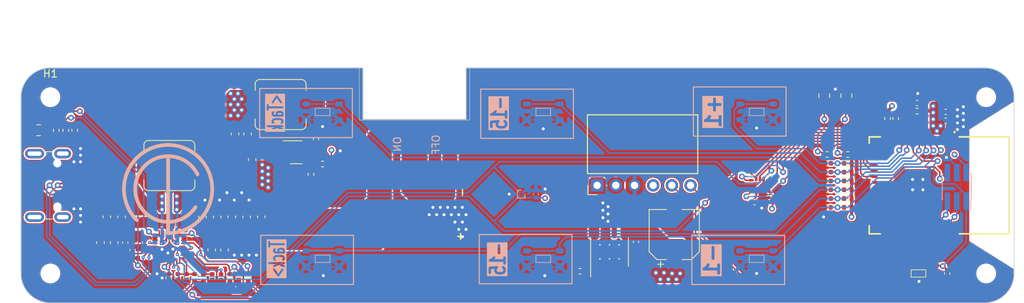
<source format=kicad_pcb>
(kicad_pcb (version 20221018) (generator pcbnew)
  (layers (0 "F.Cu" signal) (1 "In1.Cu" signal) (2 "In2.Cu" signal) (31 "B.Cu" signal) (34 "B.Paste" user) (35 "F.Paste" user) (36 "B.SilkS" user "B.Silkscreen") (37 "F.SilkS" user "F.Silkscreen") (38 "B.Mask" user) (39 "F.Mask" user) (44 "Edge.Cuts" user))
  (net 0 "")
  (net 1 "STAT")
  (net 2 "VBUS")
  (net 3 "D+")
  (net 4 "D-")
  (net 5 "GND")
  (net 6 "QON")
  (net 7 "SCL")
  (net 8 "SDA")
  (net 9 "VBAT")
  (net 10 "Net-(BT1-+)")
  (net 11 "+12V")
  (net 12 "/SW")
  (net 13 "ESP_EN")
  (net 14 "/BST")
  (net 15 "/FB")
  (net 16 "+3.3V")
  (net 17 "+1")
  (net 18 "-1")
  (net 19 "+15")
  (net 20 "-15")
  (net 21 "TackL")
  (net 22 "TackR")
  (net 23 "Net-(LSM6DSMTR1-CS)")
  (net 24 "Net-(D1-A)")
  (net 25 "Net-(D2-A)")
  (net 26 "Net-(D3-A)")
  (net 27 "Net-(DRV8251ADDAR1-IPROPI)")
  (net 28 "MC_IN2")
  (net 29 "MC_IN1")
  (net 30 "MC_VREF")
  (net 34 "IMU_INT2")
  (net 35 "ENC_B")
  (net 36 "IMU_INT1")
  (net 37 "S_LED")
  (net 39 "ESP_IO0")
  (net 42 "ENC_A")
  (net 44 "SAO")
  (net 47 "BC_INT")
  (net 48 "ESP_RXD")
  (net 49 "ESP_TXD")
  (net 51 "Net-(J1-CC1)")
  (net 53 "Net-(J1-CC2)")
  (net 55 "unconnected-(J1-SHIELD-PadS1)")
  (net 58 "/INT")
  (net 59 "/SW2")
  (net 60 "REGN")
  (net 62 "5V_EN")
  (net 63 "/PMID")
  (net 64 "/PROG")
  (net 65 "/BTST1")
  (net 66 "/BTST2")
  (net 67 "/CE")
  (net 68 "/VAC")
  (net 69 "/TS")
  (net 70 "/ILIM_HIZ")
  (net 71 "/BATP")
  (net 72 "/SW1")
  (net 73 "/SDRV")
  (net 74 "/OUT2")
  (net 75 "/OUT1")
  (footprint "MountingHole:MountingHole_2.2mm_M2" (layer "F.Cu") (at 221.2 128)
    (fp_text reference "H4" hide)
    (fp_text value "MountingHole")
  )
  (footprint "MountingHole:MountingHole_2.2mm_M2" (layer "F.Cu") (at 94 104)
    (fp_text reference "H1")
    (fp_text value "MountingHole")
  )
  (footprint "Capacitor_SMD:C_0603_1608Metric" (layer "F.Cu") (at 120.8 109 -90)
    (fp_text reference "C13" hide)
    (fp_text value "22u")
  )
  (footprint "Capacitor_SMD:C_0402_1005Metric" (layer "F.Cu") (at 199.6 115.4 180)
    (fp_text reference "C20" hide)
    (fp_text value "0.1u")
  )
  (footprint "Resistor_SMD:R_0402_1005Metric" (layer "F.Cu") (at 118.4 128.6 -90)
    (fp_text reference "R22" hide)
    (fp_text value "100")
  )
  (footprint "Package_LGA:LGA-14_3x2.5mm_P0.5mm_LayoutBorder3x4y" (layer "F.Cu") (at 190.45 116.0625)
    (fp_text reference "LSM6DSMTR1" hide)
    (fp_text value "~")
  )
  (footprint "Resistor_SMD:R_0402_1005Metric" (layer "F.Cu") (at 202.39 111.8 180)
    (fp_text reference "R24" hide)
    (fp_text value "5.1k")
  )
  (footprint "Capacitor_SMD:C_0402_1005Metric" (layer "F.Cu") (at 199.59 119 180)
    (fp_text reference "C16" hide)
    (fp_text value "0.1u")
  )
  (footprint "Resistor_SMD:R_0402_1005Metric" (layer "F.Cu") (at 202.4 119 180)
    (fp_text reference "R10" hide)
    (fp_text value "47k")
  )
  (footprint "MountingHole:MountingHole_2.2mm_M2" (layer "F.Cu") (at 94 128)
    (fp_text reference "H2" hide)
    (fp_text value "MountingHole")
  )
  (footprint "XT30-U:XT30-U" (layer "F.Cu") (at 148 119.7 -90)
    (fp_text reference "BT1" hide)
    (fp_text value "Battery")
  )
  (footprint "Resistor_SMD:R_0402_1005Metric" (layer "F.Cu") (at 199.59 111.8 180)
    (fp_text reference "R25" hide)
    (fp_text value "5.1k")
  )
  (footprint "Resistor_SMD:R_0402_1005Metric" (layer "F.Cu") (at 166 127.7)
    (fp_text reference "R2" hide)
    (fp_text value "5.1k")
  )
  (footprint "Resistor_SMD:R_0402_1005Metric" (layer "F.Cu") (at 113.6 128.6 90)
    (fp_text reference "R17" hide)
    (fp_text value "5.24k")
  )
  (footprint "Capacitor_SMD:C_0402_1005Metric" (layer "F.Cu") (at 215.7 107.2)
    (fp_text reference "C7" hide)
    (fp_text value "22u")
  )
  (footprint "Capacitor_SMD:C_0603_1608Metric" (layer "F.Cu") (at 114.675 120.3 90)
    (fp_text reference "C29" hide)
    (fp_text value "10u")
  )
  (footprint "Capacitor_SMD:C_0402_1005Metric" (layer "F.Cu") (at 105.175 124.8 90)
    (fp_text reference "C37" hide)
    (fp_text value "4.7u")
  )
  (footprint "Connector_PinHeader_2.54mm:PinHeader_1x06_P2.54mm_Horizontal" (layer "F.Cu") (at 168.32 116 90)
    (fp_text reference "U2" hide)
    (fp_text value "~")
  )
  (footprint "Capacitor_SMD:C_0402_1005Metric" (layer "F.Cu") (at 106.175 123.8 -90)
    (fp_text reference "C23" hide)
    (fp_text value "0.1u")
  )
  (footprint "Resistor_SMD:R_0402_1005Metric" (layer "F.Cu") (at 202.4 117.8 180)
    (fp_text reference "R12" hide)
    (fp_text value "47k")
  )
  (footprint "Capacitor_SMD:C_0402_1005Metric" (layer "F.Cu") (at 199.6 114.2 180)
    (fp_text reference "C17" hide)
    (fp_text value "0.1u")
  )
  (footprint "Capacitor_SMD:C_0603_1608Metric" (layer "F.Cu") (at 100.8125 123.8 -90)
    (fp_text reference "C25" hide)
    (fp_text value "10u")
  )
  (footprint "Package_SO:HSOP-8-1EP_3.9x4.9mm_P1.27mm_EP2.41x3.1mm_ThermalVias" (layer "F.Cu") (at 170 125.055 90)
    (fp_text reference "DRV8251ADDAR1" hide)
    (fp_text value "~")
  )
  (footprint "Capacitor_SMD:C_0402_1005Metric" (layer "F.Cu") (at 199.61 113 180)
    (fp_text reference "C15" hide)
    (fp_text value "0.1u")
  )
  (footprint "Capacitor_SMD:C_0402_1005Metric" (layer "F.Cu") (at 130.1 109.7 90)
    (fp_text reference "C10" hide)
    (fp_text value "0.1u")
  )
  (footprint "Resistor_SMD:R_0402_1005Metric" (layer "F.Cu") (at 202.4 116.6 180)
    (fp_text reference "R13" hide)
    (fp_text value "47k")
  )
  (footprint "Capacitor_SMD:C_0805_2012Metric" (layer "F.Cu") (at 92.4 108.5)
    (fp_text reference "D3" hide)
    (fp_text value "LED")
  )
  (footprint "Capacitor_SMD:C_0603_1608Metric" (layer "F.Cu") (at 118.675 120.3 90)
    (fp_text reference "C30" hide)
    (fp_text value "10u")
  )
  (footprint "Resistor_SMD:R_0402_1005Metric" (layer "F.Cu") (at 202.41 113 180)
    (fp_text reference "R9" hide)
    (fp_text value "47k")
  )
  (footprint "Resistor_SMD:R_0402_1005Metric" (layer "F.Cu") (at 97.3 108.5 90)
    (fp_text reference "R21" hide)
    (fp_text value "5.1k")
  )
  (footprint "Switch:0.5in_Slide" (layer "F.Cu") (at 143.5 110.6125)
    (fp_text reference "SW1" hide)
    (fp_text value "Power")
  )
  (footprint "Capacitor_SMD:C_0603_1608Metric" (layer "F.Cu") (at 102.675 123.8 -90)
    (fp_text reference "C26" hide)
    (fp_text value "10u")
  )
  (footprint "Switch:Tactile_5.5mmx2.85mm" (layer "F.Cu") (at 212 128 180)
    (fp_text reference "SW8" hide)
    (fp_text value "Reset")
  )
  (footprint "Resistor_SMD:R_0402_1005Metric" (layer "F.Cu") (at 114.8 128.6 -90)
    (fp_text reference "R15" hide)
    (fp_text value "127k")
  )
  (footprint "ESP32MINI1N4:ESP32MINI1N4" (layer "F.Cu") (at 216.9 110.1 -90)
    (fp_text reference "IC1" hide)
    (fp_text value "ESP32-C3-MINI-1-N4" hide)
  )
  (footprint "Inductor_SMD:L_Bourns_SRP7028A_7.3x6.6mm" (layer "F.Cu") (at 110.175 113.3 180)
    (fp_text reference "L3" hide)
    (fp_text value "1u")
  )
  (footprint "Capacitor_SMD:C_0402_1005Metric" (layer "F.Cu") (at 215.9 128 -90)
    (fp_text reference "C38" hide)
    (fp_text value "0.1u")
  )
  (footprint "Resistor_SMD:R_0402_1005Metric" (layer "F.Cu") (at 207.8 106.9 -90)
    (fp_text reference "R6" hide)
    (fp_text value "10k")
  )
  (footprint "Package_TO_SOT_SMD:TSOT-23-6" (layer "F.Cu") (at 127.425 111.5)
    (fp_text reference "U3" hide)
    (fp_text value "~")
  )
  (footprint "Capacitor_SMD:C_0402_1005Metric" (layer "F.Cu") (at 111.1 121.3 180)
    (fp_text reference "C27" hide)
    (fp_text value "0.1u")
  )
  (footprint "Capacitor_SMD:C_0603_1608Metric" (layer "F.Cu") (at 120.675 120.3 90)
    (fp_text reference "C31" hide)
    (fp_text value "10u")
  )
  (footprint "Capacitor_SMD:C_0603_1608Metric" (layer "F.Cu") (at 105.675 120.3 90)
    (fp_text reference "C41" hide)
    (fp_text value "10u")
  )
  (footprint "Capacitor_SMD:C_0603_1608Metric" (layer "F.Cu") (at 103.675 120.3 90)
    (fp_text reference "C42" hide)
    (fp_text value "10u")
  )
  (footprint "Capacitor_SMD:C_0402_1005Metric" (layer "F.Cu") (at 104.175 123.8 -90)
    (fp_text reference "C24" hide)
    (fp_text value "0.1u")
  )
  (footprint "Resistor_SMD:R_0402_1005Metric" (layer "F.Cu") (at 202.4 115.4 180)
    (fp_text reference "R14" hide)
    (fp_text value "47k")
  )
  (footprint "Resistor_SMD:R_0402_1005Metric" (layer "F.Cu") (at 129.425 114.5 -90)
    (fp_text reference "R8" hide)
    (fp_text value "10k")
  )
  (footprint "Capacitor_SMD:C_0402_1005Metric" (layer "F.Cu") (at 191.7 118.3 180)
    (fp_text reference "C21" hide)
    (fp_text value "100n")
  )
  (footprint "Resistor_SMD:R_0402_1005Metric" (layer "F.Cu") (at 110.1 128.6 90)
    (fp_text reference "R27" hide)
    (fp_text value "10k")
  )
  (footprint "Resistor_SMD:R_0402_1005Metric" (layer "F.Cu") (at 120.9 128.6 90)
    (fp_text reference "R28" hide)
    (fp_text value "10k")
  )
  (footprint "Capacitor_SMD:C_0402_1005Metric" (layer "F.Cu") (at 189.7 118.3)
    (fp_text reference "C22" hide)
    (fp_text value "100n")
  )
  (footprint "Resistor_SMD:R_0402_1005Metric" (layer "F.Cu") (at 111.325 128.59 -90)
    (fp_text reference "R18" hide)
    (fp_text value "30.31k")
  )
  (footprint "Resistor_SMD:R_0402_1005Metric" (layer "F.Cu") (at 131 113.1 180)
    (fp_text reference "R7" hide)
    (fp_text value "31.6k")
  )
  (footprint "Capacitor_SMD:C_0603_1608Metric" (layer "F.Cu") (at 115.925 124.8 -90)
    (fp_text reference "C36" hide)
    (fp_text value "10u")
  )
  (footprint "Capacitor_SMD:C_0603_1608Metric" (layer "F.Cu") (at 117.675 124.8 -90)
    (fp_text reference "C35" hide)
    (fp_text value "10u")
  )
  (footprint "Capacitor_SMD:C_0603_1608Metric" (layer "F.Cu") (at 119.1 109 -90)
    (fp_text reference "C12" hide)
    (fp_text value "22u")
  )
  (footprint "MountingHole:MountingHole_2.2mm_M2" (layer "F.Cu") (at 221.2 104)
    (fp_text reference "H3" hide)
    (fp_text value "MountingHole")
  )
  (footprint "Capacitor_SMD:C_0402_1005Metric" (layer "F.Cu") (at 173.6 123.7 -90)
    (fp_text reference "C5" hide)
    (fp_text value "0.1u")
  )
  (footprint "Resistor_SMD:R_0402_1005Metric" (layer "F.Cu") (at 208.9 106.91 -90)
    (fp_text reference "R5" hide)
    (fp_text value "10k")
  )
  (footprint "Capacitor_SMD:C_0805_2012Metric" (layer "F.Cu") (at 199.19 103.8 -90)
    (fp_text reference "D2" hide)
    (fp_text value "LED")
  )
  (footprint "Capacitor_SMD:C_0402_1005Metric" (layer "F.Cu") (at 215.7 106)
    (fp_text reference "C8" hide)
    (fp_text value "0.1u")
  )
  (footprint "Resistor_SMD:R_0402_1005Metric" (layer "F.Cu") (at 116 128.6 -90)
    (fp_text reference "R16" hide)
    (fp_text value "100k")
  )
  (footprint "Capacitor_SMD:C_0603_1608Metric" (layer "F.Cu") (at 116.675 120.3 90)
    (fp_text reference "C28" hide)
    (fp_text value "10u")
  )
  (footprint "Inductor_SMD:L_Bourns_SRP7028A_7.3x6.6mm" (layer "F.Cu") (at 125.3 105 180)
    (fp_text reference "L2" hide)
    (fp_text value "3.3u")
  )
  (footprint "Capacitor_SMD:C_0603_1608Metric" (layer "F.Cu") (at 121.425 112.5 90)
    (fp_text reference "C11" hide)
    (fp_text value "10u")
  )
  (footprint "Resistor_SMD:R_0402_1005Metric" (layer "F.Cu") (at 94.8 108.5 90)
    (fp_text reference "R26" hide)
    (fp_text value "5.1k")
  )
  (footprint "Resistor_SMD:R_0402_1005Metric" (layer "F.Cu") (at 202.4 114.2 180)
    (fp_text reference "R11" hide)
    (fp_text value "47k")
  )
  (footprint "Capacitor_SMD:C_0603_1608Metric" (layer "F.Cu") (at 101.675 120.3 90)
    (fp_text reference "C43" hide)
    (fp_text value "10u")
  )
  (footprint "Capacitor_SMD:C_0402_1005Metric" (layer "F.Cu") (at 117.2 128.6 -90)
    (fp_text reference "C39" hide)
    (fp_text value "1n")
  )
  (footprint "Capacitor_SMD:C_0402_1005Metric" (layer "F.Cu") (at 109.12 121.3)
    (fp_text reference "C40" hide)
    (fp_text value ".1u")
  )
  (footprint "Resistor_SMD:R_0402_1005Metric" (layer "F.Cu") (at 112.5 128.6 -90)
    (fp_text reference "R19" hide)
    (fp_text value "10k")
  )
  (footprint "Capacitor_SMD:C_0402_1005Metric" (layer "F.Cu") (at 199.6 117.8 180)
    (fp_text reference "C18" hide)
    (fp_text value "0.1u")
  )
  (footprint "Lipo_Charger:BQ25792" (layer "F.Cu") (at 110.175 124.3)
    (fp_text reference "BQ25792RQMR1" hide)
    (fp_text value "~" hide)
  )
  (footprint "Capacitor_SMD:C_0805_2012Metric" (layer "F.Cu") (at 202.2 103.8 -90)
    (fp_text reference "D1" hide)
    (fp_text value "LED")
  )
  (footprint "Capacitor_SMD:C_0402_1005Metric" (layer "F.Cu") (at 199.6 116.6 180)
    (fp_text reference "C19" hide)
    (fp_text value "0.1u")
  )
  (footprint "Capacitor_SMD:C_0603_1608Metric" (layer "F.Cu") (at 122.675 120.3 90)
    (fp_text reference "C32" hide)
    (fp_text value "10u")
  )
  (footprint "Resistor_SMD:R_0402_1005Metric" (layer "F.Cu") (at 96.1 108.51 90)
    (fp_text reference "R20" hide)
    (fp_text value "5.1k")
  )
  (footprint "Resistor_SMD:R_0402_1005Metric" (layer "F.Cu") (at 211.8 105.9 180)
    (fp_text reference "R4" hide)
    (fp_text value "10k")
  )
  (footprint "Capacitor_SMD:C_0402_1005Metric" (layer "F.Cu") (at 211.8 104.8)
    (fp_text reference "C9" hide)
    (fp_text value "1u")
  )
  (footprint "Resistor_SMD:R_0402_1005Metric" (layer "F.Cu") (at 119.6 128.6 -90)
    (fp_text reference "R23" hide)
    (fp_text value "10.5k")
  )
  (footprint "Capacitor_SMD:CP_Elec_6.3x5.9" (layer "F.Cu") (at 178.8 122.7 90)
    (fp_text reference "C6" hide)
    (fp_text value "47u")
  )
  (footprint "Connector_USB:USB_C_Receptacle_JAE_DX07S016JA1R1500" (layer "F.Cu") (at 93 116 -90)
    (fp_text reference "J1" hide)
    (fp_text value "USB_C_Receptacle_USB2.0")
  )
  (footprint "Switch:Tactile_5.5mmx2.85mm" (layer "B.Cu") (at 131 126)
    (fp_text reference "SW6" hide)
    (fp_text value "L")
  )
  (footprint "Connector_PinHeader_1.27mm:PinHeader_2x03_P1.27mm_Vertical_SMD" (layer "B.Cu") (at 217.2 116.2 90)
    (fp_text reference "J2" hide)
    (fp_text value "UART")
  )
  (footprint "Capacitor_SMD:C_0402_1005Metric" (layer "B.Cu") (at 108.2 123.3 90)
    (fp_text reference "C33" hide)
    (fp_text value "47n")
  )
  (footprint "Switch:Tactile_5.5mmx2.85mm" (layer "B.Cu") (at 131 106)
    (fp_text reference "SW7" hide)
    (fp_text value "R")
  )
  (footprint "Switch:Tactile_5.5mmx2.85mm" (layer "B.Cu") (at 161 106)
    (fp_text reference "SW4" hide)
    (fp_text value "+15")
  )
  (footprint "Switch:Tactile_5.5mmx2.85mm" (layer "B.Cu") (at 190 106)
    (fp_text reference "SW2" hide)
    (fp_text value "+1")
  )
  (footprint "Capacitor_SMD:C_0402_1005Metric" (layer "B.Cu") (at 112.2 123.3 -90)
    (fp_text reference "C34" hide)
    (fp_text value "47n")
  )
  (footprint "Package_BGA:WLP-4_0.83x0.83mm_P0.4mm" (layer "B.Cu") (at 158 117.2 180)
    (fp_text reference "MMC5603NJ1" hide)
    (fp_text value "~")
  )
  (footprint "Switch:Tactile_5.5mmx2.85mm" (layer "B.Cu") (at 161 126)
    (fp_text reference "SW5" hide)
    (fp_text value "-15")
  )
  (footprint "Switch:Tactile_5.5mmx2.85mm" (layer "B.Cu") (at 190 126)
    (fp_text reference "SW3" hide)
    (fp_text value "-1")
  )
  (footprint "Capacitor_SMD:C_0402_1005Metric" (layer "B.Cu") (at 160 117.2 90)
    (fp_text reference "C14" hide)
    (fp_text value "2.2uF")
  )
  (gr_rect (start 181.2 122.8) (end 193.8 129.5) (stroke (width 0.15)) (fill none) (layer "B.SilkS"))
  (gr_rect (start 152.5 102.9) (end 165.1 109.6) (stroke (width 0.15)) (fill none) (layer "B.SilkS"))
  (gr_rect (start 122.45 102.8) (end 135.05 109.5) (stroke (width 0.15)) (fill none) (layer "B.SilkS"))
  (gr_rect (start 122.6 122.8) (end 135.2 129.5) (stroke (width 0.15)) (fill none) (layer "B.SilkS"))
  (gr_line (start 110 112.1) (end 110 122.5) (stroke (width 0.5)) (layer "B.SilkS"))
  (gr_rect (start 181.4 102.6) (end 194 109.3) (stroke (width 0.15)) (fill none) (layer "B.SilkS"))
  (gr_arc (start 105.757359 120.742641) (mid 112.296101 110.956722) (end 110 122.5) (stroke (width 0.5)) (layer "B.SilkS"))
  (gr_arc (start 113.721041 118.980694) (mid 105.536507 116.222113) (end 113.999999 114.5) (stroke (width 0.5)) (layer "B.SilkS"))
  (gr_rect (start 152.3 122.7) (end 164.9 129.4) (stroke (width 0.15)) (fill none) (layer "B.SilkS"))
  (gr_rect (start 167 106.4) (end 182 114.4) (stroke (width 0.15)) (fill none) (layer "F.SilkS"))
  (gr_line (start 94 132) (end 221 132) (stroke (width 0.1)) (layer "Edge.Cuts"))
  (gr_line (start 136.5 107) (end 150.5 107) (stroke (width 0.1)) (layer "Edge.Cuts"))
  (gr_line (start 150.5 107) (end 150.5 100) (stroke (width 0.1)) (layer "Edge.Cuts"))
  (gr_line (start 90 104) (end 90 128) (stroke (width 0.1)) (layer "Edge.Cuts"))
  (gr_line (start 225 128) (end 225 104) (stroke (width 0.1)) (layer "Edge.Cuts"))
  (gr_line (start 136.5 100) (end 136.5 107) (stroke (width 0.1)) (layer "Edge.Cuts"))
  (gr_arc (start 90 104) (mid 91.171573 101.171573) (end 94 100) (stroke (width 0.1)) (layer "Edge.Cuts"))
  (gr_line (start 221 100) (end 150.5 100) (stroke (width 0.1)) (layer "Edge.Cuts"))
  (gr_line (start 136.5 100) (end 94 100) (stroke (width 0.1)) (layer "Edge.Cuts"))
  (gr_arc (start 221 100) (mid 223.828427 101.171573) (end 225 104) (stroke (width 0.1)) (layer "Edge.Cuts"))
  (gr_arc (start 94 132) (mid 91.171573 130.828427) (end 90 128) (stroke (width 0.1)) (layer "Edge.Cuts"))
  (gr_arc (start 225 128) (mid 223.828427 130.828427) (end 221 132) (stroke (width 0.1)) (layer "Edge.Cuts"))
  (gr_text "OFF" (at 147 109 90) (layer "B.SilkS") (effects (font (size 1 1)) (justify left bottom mirror)))
  (gr_text "<Tack" (at 125.8 103.45 90) (layer "B.SilkS" knockout) (effects (font (size 2 1.08) (thickness 0.27) bold) (justify left bottom mirror)))
  (gr_text "-15\n" (at 156.2 103.7 90) (layer "B.SilkS" knockout) (effects (font (size 2 1.41) (thickness 0.35) bold) (justify left bottom mirror)))
  (gr_text "+1\n" (at 185.3 103.5 90) (layer "B.SilkS" knockout) (effects (font (size 2 2) (thickness 0.4) bold) (justify left bottom mirror)))
  (gr_text "Tack>\n" (at 126 123.425 90) (layer "B.SilkS" knockout) (effects (font (size 2 1.08) (thickness 0.27) bold) (justify left bottom mirror)))
  (gr_text "-1\n" (at 185.1 123.7 90) (layer "B.SilkS" knockout) (effects (font (size 2 2) (thickness 0.4) bold) (justify left bottom mirror)))
  (gr_text "-15\n" (at 156 123.6 90) (layer "B.SilkS" knockout) (effects (font (size 2 1.4) (thickness 0.35) bold) (justify left bottom mirror)))
  (gr_text "ON\n" (at 141.75 109.25 90) (layer "B.SilkS") (effects (font (size 1 1)) (justify left bottom mirror)))
  (segment (start 92.95 107) (end 94 107) (width 0.2) (layer "F.Cu") (net 1))
  (segment (start 94 107) (end 95.2 107) (width 0.2) (layer "F.Cu") (net 1))
  (segment (start 95.5 106.7) (end 96.3 105.9) (width 0.2) (layer "F.Cu") (net 1))
  (segment (start 91.45 108.5) (end 92.95 107) (width 0.2) (layer "F.Cu") (net 1))
  (segment (start 96.3 105.9) (end 98 105.9) (width 0.2) (layer "F.Cu") (net 1))
  (segment (start 107.396772 122.298053) (end 107.798719 122.7) (width 0.2) (layer "F.Cu") (net 1))
  (segment (start 95.2 107) (end 95.5 106.7) (width 0.2) (layer "F.Cu") (net 1))
  (segment (start 107.798719 122.7) (end 108.45 122.7) (width 0.2) (layer "F.Cu") (net 1))
  (via (at 98 105.9) (size 0.8) (drill 0.4) (layers "F.Cu" "B.Cu") (net 1))
  (via (at 107.396772 122.298053) (size 0.8) (drill 0.4) (layers "F.Cu" "B.Cu") (net 1))
  (segment (start 106.7 114.600001) (end 106.7 121.601281) (width 0.2) (layer "B.Cu") (net 1))
  (segment (start 98 105.9) (end 106.7 114.600001) (width 0.2) (layer "B.Cu") (net 1))
  (segment (start 106.7 121.601281) (end 107.396772 122.298053) (width 0.2) (layer "B.Cu") (net 1))
  (segment (start 95.1 116.1) (end 95.2 116) (width 0.2) (layer "F.Cu") (net 3))
  (segment (start 95.2 116) (end 95 116) (width 0.2) (layer "F.Cu") (net 3))
  (segment (start 107.634314 124.7) (end 106.6 125.734314) (width 0.2) (layer "F.Cu") (net 3))
  (segment (start 95.25 116.25) (end 95 116) (width 0.2) (layer "F.Cu") (net 3))
  (segment (start 106.6 125.734314) (end 106.6 125.8) (width 0.2) (layer "F.Cu") (net 3))
  (segment (start 95 116) (end 95 116.2) (width 0.2) (layer "F.Cu") (net 3))
  (segment (start 96.05 115.75) (end 95.25 115.75) (width 0.2) (layer "F.Cu") (net 3))
  (segment (start 96.05 116.25) (end 95.25 116.25) (width 0.2) (layer "F.Cu") (net 3))
  (segment (start 95.25 115.75) (end 95 116) (width 0.2) (layer "F.Cu") (net 3))
  (segment (start 107.634314 124.7) (end 108.275 124.7) (width 0.2) (layer "F.Cu") (net 3))
  (via (at 106.6 125.8) (size 0.45) (drill 0.15) (layers "F.Cu" "B.Cu") (net 3))
  (via (at 95 116) (size 0.8) (drill 0.4) (layers "F.Cu" "B.Cu") (net 3))
  (segment (start 100.265686 129.2) (end 105.434314 129.2) (width 0.2) (layer "B.Cu") (net 3))
  (segment (start 107 127.1) (end 106.6 126.7) (width 0.2) (layer "B.Cu") (net 3))
  (segment (start 93.9 117.1) (end 93.9 122.834314) (width 0.2) (layer "B.Cu") (net 3))
  (segment (start 105.434314 129.2) (end 107 127.634314) (width 0.2) (layer "B.Cu") (net 3))
  (segment (start 106.6 126.7) (end 106.6 125.8) (width 0.2) (layer "B.Cu") (net 3))
  (segment (start 93.9 122.834314) (end 100.265686 129.2) (width 0.2) (layer "B.Cu") (net 3))
  (segment (start 107 127.634314) (end 107 127.1) (width 0.2) (layer "B.Cu") (net 3))
  (segment (start 95 116) (end 93.9 117.1) (width 0.2) (layer "B.Cu") (net 3))
  (segment (start 94.65 116.75) (end 93.9 116) (width 0.2) (layer "F.Cu") (net 4))
  (segment (start 107.4 125.8) (end 107.4 125.5) (width 0.2) (layer "F.Cu") (net 4))
  (segment (start 107.4 125.5) (end 107.8 125.1) (width 0.2) (layer "F.Cu") (net 4))
  (segment (start 94.65 115.25) (end 93.9 116) (width 0.2) (layer "F.Cu") (net 4))
  (segment (start 96.05 116.75) (end 94.65 116.75) (width 0.2) (layer "F.Cu") (net 4))
  (segment (start 96.05 115.25) (end 94.65 115.25) (width 0.2) (layer "F.Cu") (net 4))
  (segment (start 107.8 125.1) (end 108.275 125.1) (width 0.2) (layer "F.Cu") (net 4))
  (via (at 107.4 125.8) (size 0.45) (drill 0.15) (layers "F.Cu" "B.Cu") (net 4))
  (via (at 93.9 116) (size 0.8) (drill 0.4) (layers "F.Cu" "B.Cu") (net 4))
  (segment (start 107.4 125.8) (end 107.4 127.8) (width 0.2) (layer "B.Cu") (net 4))
  (segment (start 93.5 123) (end 93.5 116.4) (width 0.2) (layer "B.Cu") (net 4))
  (segment (start 100.1 129.6) (end 93.5 123) (width 0.2) (layer "B.Cu") (net 4))
  (segment (start 107.4 127.8) (end 105.6 129.6) (width 0.2) (layer "B.Cu") (net 4))
  (segment (start 105.6 129.6) (end 100.1 129.6) (width 0.2) (layer "B.Cu") (net 4))
  (segment (start 93.5 116.4) (end 93.9 116) (width 0.2) (layer "B.Cu") (net 4))
  (segment (start 214.25 129.075) (end 215.305 129.075) (width 0.2) (layer "F.Cu") (net 5))
  (segment (start 199.13 114.19) (end 199.12 114.2) (width 0.4) (layer "F.Cu") (net 5))
  (segment (start 199.12 115.4) (end 199.12 116.6) (width 0.4) (layer "F.Cu") (net 5))
  (segment (start 190.45 116.975) (end 190.7 116.975) (width 0.2) (layer "F.Cu") (net 5))
  (segment (start 109.575 125.6) (end 109.975 125.2) (width 0.2) (layer "F.Cu") (net 5))
  (segment (start 187.9 117) (end 187.9 118.4) (width 0.2) (layer "F.Cu") (net 5))
  (segment (start 161.3 128.4) (end 161.2 128.3) (width 0.2) (layer "F.Cu") (net 5))
  (segment (start 199.1 119.01) (end 199.11 119) (width 0.4) (layer "F.Cu") (net 5))
  (segment (start 189.2875 115.8125) (end 189.2875 116.3125) (width 0.2) (layer "F.Cu") (net 5))
  (segment (start 133.4 112.145183) (end 133.4 111.3) (width 0.2) (layer "F.Cu") (net 5))
  (segment (start 202.2 102.85) (end 200.75 102.85) (width 0.2) (layer "F.Cu") (net 5))
  (segment (start 165.49 127.7) (end 165.49 127.71) (width 0.2) (layer "F.Cu") (net 5))
  (segment (start 215.3 121.9) (end 217.45 121.9) (width 0.4) (layer "F.Cu") (net 5))
  (segment (start 189.2875 116.3125) (end 188.5875 116.3125) (width 0.2) (layer "F.Cu") (net 5))
  (segment (start 190.7 119.1) (end 190.7 119.2) (width 0.2) (layer "F.Cu") (net 5))
  (segment (start 190.7 116.975) (end 190.95 116.975) (width 0.2) (layer "F.Cu") (net 5))
  (segment (start 199.12 118.99) (end 199.11 119) (width 0.4) (layer "F.Cu") (net 5))
  (segment (start 212.28 104.8) (end 212.28 103.88) (width 0.4) (layer "F.Cu") (net 5))
  (segment (start 109.175 126.2) (end 109.175 124.728796) (width 0.2) (layer "F.Cu") (net 5))
  (segment (start 199.12 114.2) (end 199.12 115.4) (width 0.4) (layer "F.Cu") (net 5))
  (segment (start 212.28 103.88) (end 211.9 103.5) (width 0.4) (layer "F.Cu") (net 5))
  (segment (start 190.7 119.1) (end 190.7 116.975) (width 0.2) (layer "F.Cu") (net 5))
  (segment (start 109.575 126.2) (end 109.575 125.6) (width 0.2) (layer "F.Cu") (net 5))
  (segment (start 109.175 124.728796) (end 109.180083 124.723713) (width 0.2) (layer "F.Cu") (net 5))
  (segment (start 199.13 113) (end 199.13 114.19) (width 0.4) (layer "F.Cu") (net 5))
  (segment (start 215.305 129.075) (end 215.9 128.48) (width 0.2) (layer "F.Cu") (net 5))
  (segment (start 130.535183 115.01) (end 133.4 112.145183) (width 0.2) (layer "F.Cu") (net 5))
  (segment (start 200.7 102.9) (end 200.65 102.85) (width 0.2) (layer "F.Cu") (net 5))
  (segment (start 119.2 129.8) (end 119.2 129.51) (width 0.25) (layer "F.Cu") (net 5))
  (segment (start 199.12 117.8) (end 199.12 118.99) (width 0.4) (layer "F.Cu") (net 5))
  (segment (start 199.1 120.3) (end 199.1 119.01) (width 0.4) (layer "F.Cu") (net 5))
  (segment (start 165.49 127.71) (end 164.8 128.4) (width 0.2) (layer "F.Cu") (net 5))
  (segment (start 164.8 128.4) (end 161.3 128.4) (width 0.2) (layer "F.Cu") (net 5))
  (segment (start 190.28 118.3) (end 191.12 118.3) (width 0.4) (layer "F.Cu") (net 5))
  (segment (start 188.5875 116.3125) (end 187.9 117) (width 0.2) (layer "F.Cu") (net 5))
  (segment (start 129.425 115.01) (end 130.535183 115.01) (width 0.2) (layer "F.Cu") (net 5))
  (segment (start 200.75 102.85) (end 200.7 102.9) (width 0.2) (layer "F.Cu") (net 5))
  (segment (start 119.2 129.51) (end 119.6 129.11) (width 0.25) (layer "F.Cu") (net 5))
  (segment (start 200.65 102.85) (end 199.19 102.85) (width 0.2) (layer "F.Cu") (net 5))
  (segment (start 188.6 119.1) (end 190.7 119.1) (width 0.2) (layer "F.Cu") (net 5))
  (segment (start 217.45 121.9) (end 218.15 121.2) (width 0.4) (layer "F.Cu") (net 5))
  (segment (start 212.075 129.075) (end 214.25 129.075) (width 0.2) (layer "F.Cu") (net 5))
  (segment (start 212.075 129.075) (end 209.75 129.075) (width 0.2) (layer "F.Cu") (net 5))
  (segment (start 199.12 116.6) (end 199.12 117.8) (width 0.4) (layer "F.Cu") (net 5))
  (segment (start 206.05 121.2) (end 206.9 121.2) (width 0.2) (layer "F.Cu") (net 5))
  (segment (start 187.9 118.4) (end 188.6 119.1) (width 0.2) (layer "F.Cu") (net 5))
  (segment (start 206.9 121.2) (end 212.1 116) (width 0.2) (layer "F.Cu") (net 5))
  (via (at 117 118) (size 0.8) (drill 0.4) (layers "F.Cu" "B.Cu") (net 5))
  (via (at 150.5 122) (size 0.8) (drill 0.4) (layers "F.Cu" "B.Cu") (net 5))
  (via (at 97.2 119.2) (size 0.8) (drill 0.4) (layers "F.Cu" "B.Cu") (net 5))
  (via (at 97.2 112.8) (size 0.8) (drill 0.4) (layers "F.Cu" "B.Cu") (net 5))
  (via (at 145.5 120) (size 0.8) (drill 0.4) (layers "F.Cu" "B.Cu") (net 5))
  (via (at 119 118) (size 0.8) (drill 0.4) (layers "F.Cu" "B.Cu") (net 5))
  (via (at 98.1 112.8) (size 0.8) (drill 0.4) (layers "F.Cu" "B.Cu") (net 5))
  (via (at 118 117) (size 0.8) (drill 0.4) (layers "F.Cu" "B.Cu") (net 5))
  (via (at 190 108.2) (size 0.8) (drill 0.4) (layers "F.Cu" "B.Cu") (net 5))
  (via (at 169.8 119.9) (size 0.8) (drill 0.4) (layers "F.Cu" "B.Cu") (net 5))
  (via (at 98.1 119.2) (size 0.8) (drill 0.4) (layers "F.Cu" "B.Cu") (net 5))
  (via (at 109.180083 124.723713) (size 0.8) (drill 0.4) (layers "F.Cu" "B.Cu") (net 5))
  (via (at 119 125.5) (size 0.8) (drill 0.4) (layers "F.Cu" "B.Cu") (net 5))
  (via (at 161.2 128.3) (size 0.8) (drill 0.4) (layers "F.Cu" "B.Cu") (net 5))
  (via (at 211.2 116.6) (size 0.8) (drill 0.4) (layers "F.Cu" "B.Cu") (net 5))
  (via (at 169.8 118.9) (size 0.8) (drill 0.4) (layers "F.Cu" "B.Cu") (net 5))
  (via (at 212.075 129.075) (size 0.8) (drill 0.4) (layers "F.Cu" "B.Cu") (net 5))
  (via (at 98.1 121) (size 0.8) (drill 0.4) (layers "F.Cu" "B.Cu") (net 5))
  (via (at 217.3 106.6) (size 0.8) (drill 0.4) (layers "F.Cu" "B.Cu") (net 5))
  (via (at 218.1 107.1) (size 0.8) (drill 0.4) (layers "F.Cu" "B.Cu") (net 5))
  (via (at 211.9 103.5) (size 0.8) (drill 0.4) (layers "F.Cu" "B.Cu") (net 5))
  (via (at 146.5 120) (size 0.8) (drill 0.4) (layers "F.Cu" "B.Cu") (net 5))
  (via (at 133.4 111.3) (size 0.8) (drill 0.4) (layers "F.Cu" "B.Cu") (net 5))
  (via (at 148.5 120) (size 0.8) (drill 0.4) (layers "F.Cu" "B.Cu") (net 5))
  (via (at 149 119) (size 0.8) (drill 0.4) (layers "F.Cu" "B.Cu") (net 5))
  (via (at 215.8 112.2) (size 0.8) (drill 0.4) (layers "F.Cu" "B.Cu") (net 5))
  (via (at 150.5 120) (size 0.8) (drill 0.4) (layers "F.Cu" "B.Cu") (net 5))
  (via (at 98.1 120.1) (size 0.8) (drill 0.4) (layers "F.Cu" "B.Cu") (net 5))
  (via (at 115 118) (size 0.8) (drill 0.4) (layers "F.Cu" "B.Cu") (net 5))
  (via (at 121 125.5) (size 0.8) (drill 0.4) (layers "F.Cu" "B.Cu") (net 5))
  (via (at 218.1 106.2) (size 0.8) (drill 0.4) (layers "F.Cu" "B.Cu") (net 5))
  (via (at 98.1 111) (size 0.8) (drill 0.4) (layers "F.Cu" "B.Cu") (net 5))
  (via (at 211.2 115.2) (size 0.8) (drill 0.4) (layers "F.Cu" "B.Cu") (net 5))
  (via (at 150 119) (size 0.8) (drill 0.4) (layers "F.Cu" "B.Cu") (net 5))
  (via (at 161 108.3) (size 0.8) (drill 0.4) (layers "F.Cu" "B.Cu") (net 5))
  (via (at 190.7 119.1) (size 0.8) (drill 0.4) (layers "F.Cu" "B.Cu") (net 5))
  (via (at 122 125.5) (size 0.8) (drill 0.4) (layers "F.Cu" "B.Cu") (net 5))
  (via (at 120 117) (size 0.8) (drill 0.4) (layers "F.Cu" "B.Cu") (net 5))
  (via (at 161.25 116.5) (size 0.8) (drill 0.4) (layers "F.Cu" "B.Cu") (net 5))
  (via (at 109.975 125.2) (size 0.8) (drill 0.4) (layers "F.Cu" "B.Cu") (net 5))
  (via (at 150 121) (size 0.8) (drill 0.4) (layers "F.Cu" "B.Cu") (net 5))
  (via (at 120 125.5) (size 0.8) (drill 0.4) (layers "F.Cu" "B.Cu") (net 5))
  (via (at 169.1 120.4) (size 0.8) (drill 0.4) (layers "F.Cu" "B.Cu") (net 5))
  (via (at 217.3 105.7) (size 0.8) (drill 0.4) (layers "F.Cu" "B.Cu") (net 5))
  (via (at 146 119) (size 0.8) (drill 0.4) (layers "F.Cu" "B.Cu") (net 5))
  (via (at 149.5 122) (size 0.8) (drill 0.4) (layers "F.Cu" "B.Cu") (net 5))
  (via (at 149.5 120) (size 0.8) (drill 0.4) (layers "F.Cu" "B.Cu") (net 5))
  (via (at 121 118) (size 0.8) (drill 0.4) (layers "F.Cu" "B.Cu") (net 5))
  (via (at 149 121) (size 0.8) (drill 0.4) (layers "F.Cu" "B.Cu") (net 5))
  (via (at 119.2 129.8) (size 0.45) (drill 0.15) (layers "F.Cu" "B.Cu") (net 5))
  (via (at 217.3 107.5) (size 0.8) (drill 0.4) (layers "F.Cu" "B.Cu") (net 5))
  (via (at 147.5 120) (size 0.8) (drill 0.4) (layers "F.Cu" "B.Cu") (net 5))
  (via (at 150 123) (size 0.8) (drill 0.4) (layers "F.Cu" "B.Cu") (net 5))
  (via (at 200.7 102.9) (size 0.8) (drill 0.4) (layers "F.Cu" "B.Cu") (net 5))
  (via (at 98.1 111.9) (size 0.8) (drill 0.4) (layers "F.Cu" "B.Cu") (net 5))
  (via (at 218.1 105.3) (size 0.8) (drill 0.4) (layers "F.Cu" "B.Cu") (net 5))
  (via (at 108.5 128.041911) (size 0.8) (drill 0.4) (layers "F.Cu" "B.Cu") (net 5))
  (via (at 169.8 120.9) (size 0.8) (drill 0.4) (layers "F.Cu" "B.Cu") (net 5))
  (via (at 199.1 120.3) (size 0.8) (drill 0.4) (layers "F.Cu" "B.Cu") (net 5))
  (via (at 212.6 116.6) (size 0.8) (drill 0.4) (layers "F.Cu" "B.Cu") (net 5))
  (via (at 110.662717 124.681346) (size 0.8) (drill 0.4) (layers "F.Cu" "B.Cu") (net 5))
  (via (at 156.37 117.19) (size 0.8) (drill 0.4) (layers "F.Cu" "B.Cu") (net 5))
  (via (at 169.1 118.4) (size 0.8) (drill 0.4) (layers "F.Cu" "B.Cu") (net 5))
  (via (at 147 119) (size 0.8) (drill 0.4) (layers "F.Cu" "B.Cu") (net 5))
  (via (at 131.1 128.3) (size 0.8) (drill 0.4) (layers "F.Cu" "B.Cu") (net 5))
  (via (at 131 108) (size 0.8) (drill 0.4) (layers "F.Cu" "B.Cu") (net 5))
  (via (at 190 128) (size 0.8) (drill 0.4) (layers "F.Cu" "B.Cu") (net 5))
  (via (at 212.6 115.2) (size 0.8) (drill 0.4) (layers "F.Cu" "B.Cu") (net 5))
  (via (at 109.2 128.6) (size 0.8) (drill 0.4) (layers "F.Cu" "B.Cu") (net 5))
  (via (at 169.1 119.4) (size 0.8) (drill 0.4) (layers "F.Cu" "B.Cu") (net 5))
  (via (at 148 119) (size 0.8) (drill 0.4) (layers "F.Cu" "B.Cu") (net 5))
  (via (at 217.3 108.4) (size 0.8) (drill 0.4) (layers "F.Cu" "B.Cu") (net 5))
  (via (at 218.1 108) (size 0.8) (drill 0.4) (layers "F.Cu" "B.Cu") (net 5))
  (segment (start 190 108.2) (end 190 108) (width 0.2) (layer "B.Cu") (net 5))
  (segment (start 215.98 112.2) (end 215.8 112.2) (width 0.2) (layer "B.Cu") (net 5))
  (segment (start 129.875 127.075) (end 128.75 127.075) (width 0.2) (layer "B.Cu") (net 5))
  (segment (start 188.875 107.075) (end 187.75 107.075) (width 0.2) (layer "B.Cu") (net 5))
  (segment (start 159.975 127.075) (end 158.75 127.075) (width 0.2) (layer "B.Cu") (net 5))
  (segment (start 189.075 127.075) (end 187.75 127.075) (width 0.2) (layer "B.Cu") (net 5))
  (segment (start 161 108.3) (end 159.775 107.075) (width 0.2) (layer "B.Cu") (net 5))
  (segment (start 161.2 128.3) (end 159.975 127.075) (width 0.2) (layer "B.Cu") (net 5))
  (segment (start 162.425 127.075) (end 161.2 128.3) (width 0.2) (layer "B.Cu") (net 5))
  (segment (start 190 128) (end 189.075 127.075) (width 0.2) (layer "B.Cu") (net 5))
  (segment (start 133.25 127.075) (end 132.325 127.075) (width 0.2) (layer "B.Cu") (net 5))
  (segment (start 217.2 113.42) (end 215.98 112.2) (width 0.2) (layer "B.Cu") (net 5))
  (segment (start 159.775 107.075) (end 158.75 107.075) (width 0.2) (layer "B.Cu") (net 5))
  (segment (start 190.925 127.075) (end 190 128) (width 0.2) (layer "B.Cu") (net 5))
  (segment (start 158.2 117) (end 158.45 116.75) (width 0.2) (layer "B.Cu") (net 5))
  (segment (start 161 108.3) (end 162.225 107.075) (width 0.2) (layer "B.Cu") (net 5))
  (segment (start 130.075 107.075) (end 131 108) (width 0.2) (layer "B.Cu") (net 5))
  (segment (start 158.45 116.75) (end 161 116.75) (width 0.2) (layer "B.Cu") (net 5))
  (segment (start 133.25 107.075) (end 131.925 107.075) (width 0.2) (layer "B.Cu") (net 5))
  (segment (start 161 116.75) (end 161.25 116.5) (width 0.2) (layer "B.Cu") (net 5))
  (segment (start 162.225 107.075) (end 163.25 107.075) (width 0.2) (layer "B.Cu") (net 5))
  (segment (start 132.325 127.075) (end 131.1 128.3) (width 0.2) (layer "B.Cu") (net 5))
  (segment (start 163.25 127.075) (end 162.425 127.075) (width 0.2) (layer "B.Cu") (net 5))
  (segment (start 217.2 114.25) (end 217.2 113.42) (width 0.2) (layer "B.Cu") (net 5))
  (segment (start 190 108.2) (end 188.875 107.075) (width 0.2) (layer "B.Cu") (net 5))
  (segment (start 128.75 107.075) (end 130.075 107.075) (width 0.2) (layer "B.Cu") (net 5))
  (segment (start 131.1 128.3) (end 129.875 127.075) (width 0.2) (layer "B.Cu") (net 5))
  (segment (start 191.125 107.075) (end 190 108.2) (width 0.2) (layer "B.Cu") (net 5))
  (segment (start 192.25 107.075) (end 191.125 107.075) (width 0.2) (layer "B.Cu") (net 5))
  (segment (start 192.25 127.075) (end 190.925 127.075) (width 0.2) (layer "B.Cu") (net 5))
  (segment (start 131.925 107.075) (end 131 108) (width 0.2) (layer "B.Cu") (net 5))
  (segment (start 211 122.6) (end 202.2 131.4) (width 0.2) (layer "F.Cu") (net 6))
  (segment (start 109.975 126.2) (end 109.975 126.594975) (width 0.2) (layer "F.Cu") (net 6))
  (segment (start 212.1 122.3) (end 211.8 122.6) (width 0.2) (layer "F.Cu") (net 6))
  (segment (start 211.8 122.6) (end 211 122.6) (width 0.2) (layer "F.Cu") (net 6))
  (segment (start 202.2 131.4) (end 113.8 131.4) (width 0.2) (layer "F.Cu") (net 6))
  (segment (start 212.1 121.9) (end 212.1 122.3) (width 0.2) (layer "F.Cu") (net 6))
  (segment (start 113.8 131.4) (end 113.3 130.9) (width 0.2) (layer "F.Cu") (net 6))
  (segment (start 109.975 126.594975) (end 109.5 127.069975) (width 0.2) (layer "F.Cu") (net 6))
  (via (at 113.3 130.9) (size 0.8) (drill 0.4) (layers "F.Cu" "B.Cu") (net 6))
  (via (at 109.5 127.1) (size 0.8) (drill 0.4) (layers "F.Cu" "B.Cu") (net 6))
  (segment (start 109.5 127.1) (end 113.3 130.9) (width 0.2) (layer "B.Cu") (net 6))
  (segment (start 110.742334 127.135083) (end 110.7245 127.152917) (width 0.2) (layer "F.Cu") (net 7))
  (segment (start 110.742334 127.135083) (end 110.775 127.102417) (width 0.2) (layer "F.Cu") (net 7))
  (segment (start 205.455686 107.41) (end 204.065685 108.8) (width 0.2) (layer "F.Cu") (net 7))
  (segment (start 191.7 113.5) (end 191.7 113.7) (width 0.2) (layer "F.Cu") (net 7))
  (segment (start 191.5 113.7) (end 190.45 114.75) (width 0.2) (layer "F.Cu") (net 7))
  (segment (start 207.8 107.41) (end 208.1 107.71) (width 0.4) (layer "F.Cu") (net 7))
  (segment (start 196.4 108.8) (end 191.8 113.4) (width 0.2) (layer "F.Cu") (net 7))
  (segment (start 191.7 113.7) (end 191.5 113.7) (width 0.2) (layer "F.Cu") (net 7))
  (segment (start 192 114) (end 191.8 113.8) (width 0.2) (layer "F.Cu") (net 7))
  (segment (start 192 114) (end 191.7 113.7) (width 0.2) (layer "F.Cu") (net 7))
  (segment (start 191.8 113.8) (end 191.8 113.4) (width 0.2) (layer "F.Cu") (net 7))
  (segment (start 191.8 113.4) (end 191.7 113.5) (width 0.2) (layer "F.Cu") (net 7))
  (segment (start 190.45 114.75) (end 190.45 115.15) (width 0.2) (layer "F.Cu") (net 7))
  (segment (start 191.7 113.5) (end 191.5 113.7) (width 0.2) (layer "F.Cu") (net 7))
  (segment (start 207.8 107.41) (end 205.455686 107.41) (width 0.2) (layer "F.Cu") (net 7))
  (segment (start 110.7245 127.152917) (end 110.7245 127.204998) (width 0.2) (layer "F.Cu") (net 7))
  (segment (start 204.065685 108.8) (end 196.4 108.8) (width 0.2) (layer "F.Cu") (net 7))
  (segment (start 110.775 127.102417) (end 110.775 126.2) (width 0.2) (layer "F.Cu") (net 7))
  (segment (start 208.1 107.71) (end 208.1 110.1) (width 0.4) (layer "F.Cu") (net 7))
  (via (at 192 114) (size 0.8) (drill 0.4) (layers "F.Cu" "B.Cu") (net 7))
  (via (at 110.742334 127.135083) (size 0.45) (drill 0.15) (layers "F.Cu" "B.Cu") (net 7))
  (segment (start 111.277417 126.6) (end 110.742334 127.135083) (width 0.2) (layer "B.Cu") (net 7))
  (segment (start 150.8 117) (end 134.434315 117) (width 0.2) (layer "B.Cu") (net 7))
  (segment (start 192 114) (end 190.2 115.8) (width 0.2) (layer "B.Cu") (net 7))
  (segment (start 157.8 117) (end 154.4 113.6) (width 0.2) (layer "B.Cu") (net 7))
  (segment (start 187.6 115.8) (end 184.6 112.8) (width 0.2) (layer "B.Cu") (net 7))
  (segment (start 112.2 128.634314) (end 112.2 126.914066) (width 0.2) (layer "B.Cu") (net 7))
  (segment (start 154.2 113.6) (end 150.8 117) (width 0.2) (layer "B.Cu") (net 7))
  (segment (start 134.434315 117) (end 122.634315 128.8) (width 0.2) (layer "B.Cu") (net 7))
  (segment (start 154.4 113.6) (end 154.2 113.6) (width 0.2) (layer "B.Cu") (net 7))
  (segment (start 190.2 115.8) (end 187.6 115.8) (width 0.2) (layer "B.Cu") (net 7))
  (segment (start 111.885934 126.6) (end 111.277417 126.6) (width 0.2) (layer "B.Cu") (net 7))
  (segment (start 155 112.8) (end 154.2 113.6) (width 0.2) (layer "B.Cu") (net 7))
  (segment (start 112.365686 128.8) (end 112.2 128.634314) (width 0.2) (layer "B.Cu") (net 7))
  (segment (start 184.6 112.8) (end 155 112.8) (width 0.2) (layer "B.Cu") (net 7))
  (segment (start 122.634315 128.8) (end 112.365686 128.8) (width 0.2) (layer "B.Cu") (net 7))
  (segment (start 112.2 126.914066) (end 111.885934 126.6) (width 0.2) (layer "B.Cu") (net 7))
  (segment (start 208.9 107.42) (end 209.52 106.8) (width 0.2) (layer "F.Cu") (net 8))
  (segment (start 189.95 114.684314) (end 189.95 115.15) (width 0.2) (layer "F.Cu") (net 8))
  (segment (start 208.8 104.5) (end 207.8 104.5) (width 0.2) (layer "F.Cu") (net 8))
  (segment (start 203.9 108.4) (end 196.234314 108.4) (width 0.2) (layer "F.Cu") (net 8))
  (segment (start 189.95 115.15) (end 189.95 115.114492) (width 0.2) (layer "F.Cu") (net 8))
  (segment (start 111.175 126.838603) (end 111.175 126.2) (width 0.2) (layer "F.Cu") (net 8))
  (segment (start 209.52 105.22) (end 208.8 104.5) (width 0.2) (layer "F.Cu") (net 8))
  (segment (start 209.52 106.8) (end 209.52 105.22) (width 0.2) (layer "F.Cu") (net 8))
  (segment (start 187.4 114) (end 183 118.4) (width 0.2) (layer "F.Cu") (net 8))
  (segment (start 111.420544 127.084147) (end 111.175 126.838603) (width 0.2) (layer "F.Cu") (net 8))
  (segment (start 196.234314 108.4) (end 189.95 114.684314) (width 0.2) (layer "F.Cu") (net 8))
  (segment (start 207.8 104.5) (end 203.9 108.4) (width 0.2) (layer "F.Cu") (net 8))
  (segment (start 208.9 110.1) (end 208.9 107.42) (width 0.4) (layer "F.Cu") (net 8))
  (segment (start 188.835508 114) (end 187.4 114) (width 0.2) (layer "F.Cu") (net 8))
  (segment (start 111.420544 127.3855) (end 111.420544 127.084147) (width 0.2) (layer "F.Cu") (net 8))
  (segment (start 189.95 115.114492) (end 188.835508 114) (width 0.2) (layer "F.Cu") (net 8))
  (via (at 183 118.4) (size 0.8) (drill 0.4) (layers "F.Cu" "B.Cu") (net 8))
  (via (at 111.420544 127.3855) (size 0.45) (drill 0.15) (layers "F.Cu" "B.Cu") (net 8))
  (segment (start 154.325 120.925) (end 155.6 122.2) (width 0.2) (layer "B.Cu") (net 8))
  (segment (start 111.4 128.399999) (end 112.200001 129.2) (width 0.2) (layer "B.Cu") (net 8))
  (segment (start 155.6 122.2) (end 179.2 122.2) (width 0.2) (layer "B.Cu") (net 8))
  (segment (start 112.200001 129.2) (end 112.58995 129.2) (width 0.2) (layer "B.Cu") (net 8))
  (segment (start 112.58995 129.2) (end 114.58995 131.2) (width 0.2) (layer "B.Cu") (net 8))
  (segment (start 114.58995 131.2) (end 120.8 131.2) (width 0.2) (layer "B.Cu") (net 8))
  (segment (start 154.325 120.925) (end 154.325 120.875) (width 0.2) (layer "B.Cu") (net 8))
  (segment (start 179.2 122.2) (end 183 118.4) (width 0.2) (layer "B.Cu") (net 8))
  (segment (start 154.325 120.875) (end 157.8 117.4) (width 0.2) (layer "B.Cu") (net 8))
  (segment (start 111.4 127.406044) (end 111.4 128.399999) (width 0.2) (layer "B.Cu") (net 8))
  (segment (start 120.8 131.2) (end 134.5 117.5) (width 0.2) (layer "B.Cu") (net 8))
  (segment (start 111.420544 127.3855) (end 111.4 127.406044) (width 0.2) (layer "B.Cu") (net 8))
  (segment (start 134.5 117.5) (end 150.9 117.5) (width 0.2) (layer "B.Cu") (net 8))
  (segment (start 150.9 117.5) (end 154.325 120.925) (width 0.2) (layer "B.Cu") (net 8))
  (segment (start 115.457538 126.325) (end 115 125.867462) (width 0.2) (layer "F.Cu") (net 9))
  (segment (start 119.8 126.91005) (end 119.21495 126.325) (width 0.2) (layer "F.Cu") (net 9))
  (segment (start 118.8 130.6) (end 119.8 130.6) (width 0.2) (layer "F.Cu") (net 9))
  (segment (start 120.22 127.40995) (end 119.8 126.98995) (width 0.2) (layer "F.Cu") (net 9))
  (segment (start 118.4 129.11) (end 118.4 130.2) (width 0.2) (layer "F.Cu") (net 9))
  (segment (start 119.8 126.98995) (end 119.8 126.91005) (width 0.2) (layer "F.Cu") (net 9))
  (segment (start 120.22 130.18) (end 120.22 127.40995) (width 0.2) (layer "F.Cu") (net 9))
  (segment (start 119.8 130.6) (end 120.22 130.18) (width 0.2) (layer "F.Cu") (net 9))
  (segment (start 119.21495 126.325) (end 115.457538 126.325) (width 0.2) (layer "F.Cu") (net 9))
  (segment (start 118.4 130.2) (end 118.8 130.6) (width 0.2) (layer "F.Cu") (net 9))
  (segment (start 115 125.867462) (end 115 124.2) (width 0.2) (layer "F.Cu") (net 9))
  (via (at 179.6 128) (size 0.8) (drill 0.4) (layers "F.Cu" "B.Cu") (net 11))
  (via (at 122.8 114.1) (size 0.8) (drill 0.4) (layers "F.Cu" "B.Cu") (net 11))
  (via (at 178 128.8) (size 0.8) (drill 0.4) (layers "F.Cu" "B.Cu") (net 11))
  (via (at 176.3 127.9) (size 0.8) (drill 0.4) (layers "F.Cu" "B.Cu") (net 11))
  (via (at 123.6 115.4) (size 0.8) (drill 0.4) (layers "F.Cu" "B.Cu") (net 11))
  (via (at 178.5 128) (size 0.8) (drill 0.4) (layers "F.Cu" "B.Cu") (net 11))
  (via (at 179.1 128.8) (size 0.8) (drill 0.4) (layers "F.Cu" "B.Cu") (net 11))
  (via (at 122.8 115) (size 0.8) (drill 0.4) (layers "F.Cu" "B.Cu") (net 11))
  (via (at 123.6 113.6) (size 0.8) (drill 0.4) (layers "F.Cu" "B.Cu") (net 11))
  (via (at 122.8 115.9) (size 0.8) (drill 0.4) (layers "F.Cu" "B.Cu") (net 11))
  (via (at 176.9 128.8) (size 0.8) (drill 0.4) (layers "F.Cu" "B.Cu") (net 11))
  (via (at 123.6 114.5) (size 0.8) (drill 0.4) (layers "F.Cu" "B.Cu") (net 11))
  (via (at 122.8 113.2) (size 0.8) (drill 0.4) (layers "F.Cu" "B.Cu") (net 11))
  (via (at 177.4 127.9) (size 0.8) (drill 0.4) (layers "F.Cu" "B.Cu") (net 11))
  (via (at 123.6 116.3) (size 0.8) (drill 0.4) (layers "F.Cu" "B.Cu") (net 11))
  (segment (start 211.29 105.9) (end 211.29 104.83) (width 0.4) (layer "F.Cu") (net 13))
  (segment (start 211.29 104.83) (end 211.32 104.8) (width 0.4) (layer "F.Cu") (net 13))
  (segment (start 215.38 127) (end 215.9 127.52) (width 0.2) (layer "F.Cu") (net 13))
  (segment (start 214.25 126.925) (end 215.305 126.925) (width 0.2) (layer "F.Cu") (net 13))
  (segment (start 209.75 126.925) (end 214.25 126.925) (width 0.2) (layer "F.Cu") (net 13))
  (segment (start 212.51005 112.7) (end 211.3 111.48995) (width 0.2) (layer "F.Cu") (net 13))
  (segment (start 215.3 126.92) (end 215.3 127) (width 0.2) (layer "F.Cu") (net 13))
  (segment (start 211.3 110.1) (end 211.3 105.91) (width 0.4) (layer "F.Cu") (net 13))
  (segment (start 211.3 105.91) (end 211.29 105.9) (width 0.4) (layer "F.Cu") (net 13))
  (segment (start 215.305 126.925) (end 215.3 126.92) (width 0.2) (layer "F.Cu") (net 13))
  (segment (start 214.6 112.7) (end 212.51005 112.7) (width 0.2) (layer "F.Cu") (net 13))
  (segment (start 211.3 111.48995) (end 211.3 110.1) (width 0.2) (layer "F.Cu") (net 13))
  (segment (start 215.3 127) (end 215.38 127) (width 0.2) (layer "F.Cu") (net 13))
  (via (at 215.3 127) (size 0.8) (drill 0.4) (layers "F.Cu" "B.Cu") (net 13))
  (via (at 214.6 112.7) (size 0.8) (drill 0.4) (layers "F.Cu" "B.Cu") (net 13))
  (segment (start 218.47 118.15) (end 218.47 123.83) (width 0.2) (layer "B.Cu") (net 13))
  (segment (start 218.47 123.83) (end 215.3 127) (width 0.2) (layer "B.Cu") (net 13))
  (segment (start 218.47 117.32) (end 216.95 115.8) (width 0.2) (layer "B.Cu") (net 13))
  (segment (start 214.1 113.2) (end 214.6 112.7) (width 0.2) (layer "B.Cu") (net 13))
  (segment (start 218.47 118.15) (end 218.47 117.32) (width 0.2) (layer "B.Cu") (net 13))
  (segment (start 214.1 115.3) (end 214.1 113.2) (width 0.2) (layer "B.Cu") (net 13))
  (segment (start 214.6 115.8) (end 214.1 115.3) (width 0.2) (layer "B.Cu") (net 13))
  (segment (start 216.95 115.8) (end 214.6 115.8) (width 0.2) (layer "B.Cu") (net 13))
  (segment (start 202.91 117.8) (end 202.91 116.6) (width 0.4) (layer "F.Cu") (net 16))
  (segment (start 207.81 106.4) (end 207.8 106.39) (width 0.4) (layer "F.Cu") (net 16))
  (segment (start 208.5 105.2) (end 208.4 105.3) (width 0.4) (layer "F.Cu") (net 16))
  (segment (start 202.92 113) (end 202.92 111.82) (width 0.4) (layer "F.Cu") (net 16))
  (segment (start 212.31 105.9) (end 213.8 105.9) (width 0.4) (layer "F.Cu") (net 16))
  (segment (start 202.91 116.6) (end 202.91 115.4) (width 0.4) (layer "F.Cu") (net 16))
  (segment (start 132.2 111.2) (end 132.2 112.41) (width 0.2) (layer "F.Cu") (net 16))
  (segment (start 202.91 114.2) (end 202.91 113.01) (width 0.4) (layer "F.Cu") (net 16))
  (segment (start 192.18 117.38) (end 192.18 119.08) (width 0.2) (layer "F.Cu") (net 16))
  (segment (start 208.4 105.3) (end 208.4 105.2) (width 0.4) (layer "F.Cu") (net 16))
  (segment (start 207.8 106.39) (end 207.8 105.9) (width 0.4) (layer "F.Cu") (net 16))
  (segment (start 213.8 105.9) (end 214 106.1) (width 0.4) (layer "F.Cu") (net 16))
  (segment (start 202.91 113.01) (end 202.92 113) (width 0.4) (layer "F.Cu") (net 16))
  (segment (start 202.91 119) (end 202.91 117.8) (width 0.4) (layer "F.Cu") (net 16))
  (segment (start 132.2 112.41) (end 131.51 113.1) (width 0.2) (layer "F.Cu") (net 16))
  (segment (start 192.18 119.08) (end 192.08 119.18) (width 0.2) (layer "F.Cu") (net 16))
  (segment (start 202.92 111.82) (end 202.9 111.8) (width 0.4) (layer "F.Cu") (net 16))
  (segment (start 202.91 115.4) (end 202.91 114.2) (width 0.4) (layer "F.Cu") (net 16))
  (segment (start 208.4 105.2) (end 208.5 105.2) (width 0.4) (layer "F.Cu") (net 16))
  (segment (start 208.9 106.4) (end 207.81 106.4) (width 0.4) (layer "F.Cu") (net 16))
  (segment (start 191.6125 116.8125) (end 192.18 117.38) (width 0.2) (layer "F.Cu") (net 16))
  (segment (start 202.91 120.29) (end 202.91 119) (width 0.4) (layer "F.Cu") (net 16))
  (segment (start 202.9 120.3) (end 202.91 120.29) (width 0.4) (layer "F.Cu") (net 16))
  (segment (start 207.8 105.9) (end 208.4 105.3) (width 0.4) (layer "F.Cu") (net 16))
  (via (at 192.08 119.18) (size 0.8) (drill 0.4) (layers "F.Cu" "B.Cu") (net 16))
  (via (at 214 105.2) (size 0.8) (drill 0.4) (layers "F.Cu" "B.Cu") (net 16))
  (via (at 119.5 103.5) (size 0.8) (drill 0.4) (layers "F.Cu" "B.Cu") (net 16))
  (via (at 214.5 108.6) (size 0.8) (drill 0.4) (layers "F.Cu" "B.Cu") (net 16))
  (via (at 118.5 106.5) (size 0.8) (drill 0.4) (layers "F.Cu" "B.Cu") (net 16))
  (via (at 118.5 105) (size 0.8) (drill 0.4) (layers "F.Cu" "B.Cu") (net 16))
  (via (at 208.4 105.2) (size 0.8) (drill 0.4) (layers "F.Cu" "B.Cu") (net 16))
  (via (at 132.2 111.2) (size 0.8) (drill 0.4) (layers "F.Cu" "B.Cu") (net 16))
  (via (at 119 104.25) (size 0.8) (drill 0.4) (layers "F.Cu" "B.Cu") (net 16))
  (via (at 120 105.75) (size 0.8) (drill 0.4) (layers "F.Cu" "B.Cu") (net 16))
  (via (at 215 107.9) (size 0.8) (drill 0.4) (layers "F.Cu" "B.Cu") (net 16))
  (via (at 119 105.75) (size 0.8) (drill 0.4) (layers "F.Cu" "B.Cu") (net 16))
  (via (at 118.5 103.5) (size 0.8) (drill 0.4) (layers "F.Cu" "B.Cu") (net 16))
  (via (at 119.5 105) (size 0.8) (drill 0.4) (layers "F.Cu" "B.Cu") (net 16))
  (via (at 214 106.1) (size 0.8) (drill 0.4) (layers "F.Cu" "B.Cu") (net 16))
  (via (at 202.9 120.3) (size 0.8) (drill 0.4) (layers "F.Cu" "B.Cu") (net 16))
  (via (at 161.25 117.75) (size 0.8) (drill 0.4) (layers "F.Cu" "B.Cu") (net 16))
  (via (at 119.5 106.5) (size 0.8) (drill 0.4) (layers "F.Cu" "B.Cu") (net 16))
  (via (at 216.9 111.8) (size 0.8) (drill 0.4) (layers "F.Cu" "B.Cu") (net 16))
  (via (at 214 107.9) (size 0.8) (drill 0.4) (layers "F.Cu" "B.Cu") (net 16))
  (via (at 120 104.25) (size 0.8) (drill 0.4) (layers "F.Cu" "B.Cu") (net 16))
  (via (at 214 107) (size 0.8) (drill 0.4) (layers "F.Cu" "B.Cu") (net 16))
  (segment (start 218.47 114.25) (end 218.47 113.37) (width 0.2) (layer "B.Cu") (net 16))
  (segment (start 161.18 117.68) (end 158.48 117.68) (width 0.2) (layer "B.Cu") (net 16))
  (segment (start 218.47 113.37) (end 216.9 111.8) (width 0.2) (layer "B.Cu") (net 16))
  (segment (start 158.48 117.68) (end 158.2 117.4) (width 0.2) (layer "B.Cu") (net 16))
  (segment (start 161.25 117.75) (end 161.18 117.68) (width 0.2) (layer "B.Cu") (net 16))
  (segment (start 201.9 113) (end 201 113) (width 0.2) (layer "F.Cu") (net 17))
  (segment (start 209.7 110.1) (end 209.7 111.2) (width 0.2) (layer "F.Cu") (net 17))
  (segment (start 201 113) (end 200.09 113) (width 0.2) (layer "F.Cu") (net 17))
  (via (at 201 113) (size 0.8) (drill 0.4) (layers "F.Cu" "B.Cu") (net 17))
  (via (at 209.383089 111.213494) (size 0.8) (drill 0.4) (layers "F.Cu" "B.Cu") (net 17))
  (segment (start 186.95 107.95) (end 186.95 105.725) (width 0.2) (layer "B.Cu") (net 17))
  (segment (start 209.383089 111.5) (end 209.351609 111.5) (width 0.2) (layer "B.Cu") (net 17))
  (segment (start 209.383089 111.213494) (end 209.383089 111.5) (width 0.2) (layer "B.Cu") (net 17))
  (segment (start 187.75 104.925) (end 192.25 104.925) (width 0.2) (layer "B.Cu") (net 17))
  (segment (start 201 113) (end 198.6 113) (width 0.2) (layer "B.Cu") (net 17))
  (segment (start 196.6 111) (end 190 111) (width 0.2) (layer "B.Cu") (net 17))
  (segment (start 198.6 113) (end 196.6 111) (width 0.2) (layer "B.Cu") (net 17))
  (segment (start 186.95 105.725) (end 187.75 104.925) (width 0.2) (layer "B.Cu") (net 17))
  (segment (start 209.351609 111.5) (end 207.851609 113) (width 0.2) (layer "B.Cu") (net 17))
  (segment (start 190 111) (end 186.95 107.95) (width 0.2) (layer "B.Cu") (net 17))
  (segment (start 207.851609 113) (end 201 113) (width 0.2) (layer "B.Cu") (net 17))
  (segment (start 214.98636 111.196907) (end 214.5 110.710547) (width 0.2) (layer "F.Cu") (net 18))
  (segment (start 201 119) (end 201.89 119) (width 0.2) (layer "F.Cu") (net 18))
  (segment (start 215.047595 111.196907) (end 214.98636 111.196907) (width 0.2) (layer "F.Cu") (net 18))
  (segment (start 214.5 110.710547) (end 214.5 110.1) (width 0.2) (layer "F.Cu") (net 18))
  (segment (start 200.07 119) (end 201 119) (width 0.2) (layer "F.Cu") (net 18))
  (via (at 201 119) (size 0.8) (drill 0.4) (layers "F.Cu" "B.Cu") (net 18))
  (via (at 215.047595 111.196907) (size 0.8) (drill 0.4) (layers "F.Cu" "B.Cu") (net 18))
  (segment (start 198.6 119) (end 192.675 124.925) (width 0.2) (layer "B.Cu") (net 18))
  (segment (start 215.047595 111.241858) (end 215.047595 111.196907) (width 0.2) (layer "B.Cu") (net 18))
  (segment (start 208.731372 115) (end 210.231372 113.5) (width 0.2) (layer "B.Cu") (net 18))
  (segment (start 201 119) (end 198.6 119) (width 0.2) (layer "B.Cu") (net 18))
  (segment (start 212.789453 113.5) (end 215.047595 111.241858) (width 0.2) (layer "B.Cu") (net 18))
  (segment (start 192.675 124.925) (end 187.75 124.925) (width 0.2) (layer "B.Cu") (net 18))
  (segment (start 206.4 115) (end 208.731372 115) (width 0.2) (layer "B.Cu") (net 18))
  (segment (start 202.4 119) (end 206.4 115) (width 0.2) (layer "B.Cu") (net 18))
  (segment (start 210.231372 113.5) (end 212.789453 113.5) (width 0.2) (layer "B.Cu") (net 18))
  (segment (start 201 119) (end 202.4 119) (width 0.2) (layer "B.Cu") (net 18))
  (segment (start 201 114.2) (end 200.08 114.2) (width 0.2) (layer "F.Cu") (net 19))
  (segment (start 201.89 114.2) (end 201 114.2) (width 0.2) (layer "F.Cu") (net 19))
  (segment (start 210.5 110.1) (end 210.5 111.4) (width 0.2) (layer "F.Cu") (net 19))
  (via (at 210.3995 111.19957) (size 0.8) (drill 0.4) (layers "F.Cu" "B.Cu") (net 19))
  (via (at 201 114.2) (size 0.8) (drill 0.4) (layers "F.Cu" "B.Cu") (net 19))
  (segment (start 210.351609 111.48995) (end 209.941559 111.9) (width 0.2) (layer "B.Cu") (net 19))
  (segment (start 210.3995 111.19957) (end 210.351609 111.247461) (width 0.2) (layer "B.Cu") (net 19))
  (segment (start 209.517295 111.9) (end 208.017295 113.4) (width 0.2) (layer "B.Cu") (net 19))
  (segment (start 196 111.6) (end 198.6 114.2) (width 0.2) (layer "B.Cu") (net 19))
  (segment (start 198.6 114.2) (end 201 114.2) (width 0.2) (layer "B.Cu") (net 19))
  (segment (start 209.941559 111.9) (end 209.517295 111.9) (width 0.2) (layer "B.Cu") (net 19))
  (segment (start 203.2 113.4) (end 202.4 114.2) (width 0.2) (layer "B.Cu") (net 19))
  (segment (start 210.351609 111.247461) (end 210.351609 111.48995) (width 0.2) (layer "B.Cu") (net 19))
  (segment (start 202.4 114.2) (end 201 114.2) (width 0.2) (layer "B.Cu") (net 19))
  (segment (start 158.75 104.925) (end 163.25 104.925) (width 0.2) (layer "B.Cu") (net 19))
  (segment (start 169.925 111.6) (end 196 111.6) (width 0.2) (layer "B.Cu") (net 19))
  (segment (start 208.017295 113.4) (end 203.2 113.4) (width 0.2) (layer "B.Cu") (net 19))
  (segment (start 163.25 104.925) (end 169.925 111.6) (width 0.2) (layer "B.Cu") (net 19))
  (segment (start 201.89 117.8) (end 201 117.8) (width 0.2) (layer "F.Cu") (net 20))
  (segment (start 214.049503 111.25) (end 213.7 110.900497) (width 0.2) (layer "F.Cu") (net 20))
  (segment (start 213.7 110.900497) (end 213.7 110.1) (width 0.2) (layer "F.Cu") (net 20))
  (segment (start 201 117.8) (end 200.08 117.8) (width 0.2) (layer "F.Cu") (net 20))
  (via (at 201 117.8) (size 0.8) (drill 0.4) (layers "F.Cu" "B.Cu") (net 20))
  (via (at 214.049503 111.25) (size 0.8) (drill 0.4) (layers "F.Cu" "B.Cu") (net 20))
  (segment (start 205.4 114.6) (end 208.565686 114.6) (width 0.2) (layer "B.Cu") (net 20))
  (segment (start 202.2 117.8) (end 205.4 114.6) (width 0.2) (layer "B.Cu") (net 20))
  (segment (start 163.25 124.925) (end 163.25 123.85) (width 0.2) (layer "B.Cu") (net 20))
  (segment (start 201 117.8) (end 202.2 117.8) (width 0.2) (layer "B.Cu") (net 20))
  (segment (start 193.4 123) (end 198.6 117.8) (width 0.2) (layer "B.Cu") (net 20))
  (segment (start 163.25 123.85) (end 164.1 123) (width 0.2) (layer "B.Cu") (net 20))
  (segment (start 158.75 124.925) (end 163.25 124.925) (width 0.2) (layer "B.Cu") (net 20))
  (segment (start 164.1 123) (end 193.4 123) (width 0.2) (layer "B.Cu") (net 20))
  (segment (start 212.199503 113.1) (end 214.049503 111.25) (width 0.2) (layer "B.Cu") (net 20))
  (segment (start 210.065686 113.1) (end 212.199503 113.1) (width 0.2) (layer "B.Cu") (net 20))
  (segment (start 198.6 117.8) (end 201 117.8) (width 0.2) (layer "B.Cu") (net 20))
  (segment (start 208.565686 114.6) (end 210.065686 113.1) (width 0.2) (layer "B.Cu") (net 20))
  (segment (start 212.9 111.1) (end 212.9 110.1) (width 0.2) (layer "F.Cu") (net 21))
  (segment (start 213.05 111.25) (end 212.9 111.1) (width 0.2) (layer "F.Cu") (net 21))
  (segment (start 200.08 116.6) (end 201 116.6) (width 0.2) (layer "F.Cu") (net 21))
  (segment (start 201 116.6) (end 201.89 116.6) (width 0.2) (layer "F.Cu") (net 21))
  (via (at 201 116.6) (size 0.8) (drill 0.4) (layers "F.Cu" "B.Cu") (net 21))
  (via (at 213.05 111.25) (size 0.8) (drill 0.4) (layers "F.Cu" "B.Cu") (net 21))
  (segment (start 211.6 112.7) (end 213.05 111.25) (width 0.2) (layer "B.Cu") (net 21))
  (segment (start 133.25 124.925) (end 155.578249 124.925) (width 0.2) (layer "B.Cu") (net 21))
  (segment (start 208.4 114.2) (end 209.9 112.7) (width 0.2) (layer "B.Cu") (net 21))
  (segment (start 209.9 112.7) (end 211.6 112.7) (width 0.2) (layer "B.Cu") (net 21))
  (segment (start 128.75 124.925) (end 133.25 124.925) (width 0.2) (layer "B.Cu") (net 21))
  (segment (start 155.578249 124.925) (end 157.903249 122.6) (width 0.2) (layer "B.Cu") (net 21))
  (segment (start 157.903249 122.6) (end 192.6 122.6) (width 0.2) (layer "B.Cu") (net 21))
  (segment (start 201 116.6) (end 202.4 116.6) (width 0.2) (layer "B.Cu") (net 21))
  (segment (start 202.4 116.6) (end 204.8 114.2) (width 0.2) (layer "B.Cu") (net 21))
  (segment (start 192.6 122.6) (end 198.6 116.6) (width 0.2) (layer "B.Cu") (net 21))
  (segment (start 204.8 114.2) (end 208.4 114.2) (width 0.2) (layer "B.Cu") (net 21))
  (segment (start 198.6 116.6) (end 201 116.6) (width 0.2) (layer "B.Cu") (net 21))
  (segment (start 212.1 111.2) (end 212.1 110.1) (width 0.2) (layer "F.Cu") (net 22))
  (segment (start 212.05 111.25) (end 212.1 111.2) (width 0.2) (layer "F.Cu") (net 22))
  (segment (start 201 115.4) (end 200.08 115.4) (width 0.2) (layer "F.Cu") (net 22))
  (segment (start 201.89 115.4) (end 201 115.4) (width 0.2) (layer "F.Cu") (net 22))
  (via (at 212.05 111.25) (size 0.8) (drill 0.4) (layers "F.Cu" "B.Cu") (net 22))
  (via (at 201 115.4) (size 0.8) (drill 0.4) (layers "F.Cu" "B.Cu") (net 22))
  (segment (start 204 113.8) (end 208.182981 113.8) (width 0.2) (layer "B.Cu") (net 22))
  (segment (start 128.75 104.925) (end 133.25 104.925) (width 0.2) (layer "B.Cu") (net 22))
  (segment (start 202.4 115.4) (end 204 113.8) (width 0.2) (layer "B.Cu") (net 22))
  (segment (start 208.182981 113.8) (end 209.682981 112.3) (width 0.2) (layer "B.Cu") (net 22))
  (segment (start 201 115.4) (end 202.4 115.4) (width 0.2) (layer "B.Cu") (net 22))
  (segment (start 198.6 115.4) (end 201 115.4) (width 0.2) (layer "B.Cu") (net 22))
  (segment (start 195.4 112.2) (end 198.6 115.4) (width 0.2) (layer "B.Cu") (net 22))
  (segment (start 140.525 112.2) (end 195.4 112.2) (width 0.2) (layer "B.Cu") (net 22))
  (segment (start 133.25 104.925) (end 140.525 112.2) (width 0.2) (layer "B.Cu") (net 22))
  (segment (start 209.682981 112.3) (end 211 112.3) (width 0.2) (layer "B.Cu") (net 22))
  (segment (start 211 112.3) (end 212.05 111.25) (width 0.2) (layer "B.Cu") (net 22))
  (segment (start 189.95 117.57) (end 189.22 118.3) (width 0.2) (layer "F.Cu") (net 23))
  (segment (start 190.95 115.55) (end 189.95 116.55) (width 0.2) (layer "F.Cu") (net 23))
  (segment (start 189.95 116.975) (end 189.95 117.57) (width 0.2) (layer "F.Cu") (net 23))
  (segment (start 189.95 116.55) (end 189.95 116.975) (width 0.2) (layer "F.Cu") (net 23))
  (segment (start 190.95 115.15) (end 190.95 115.55) (width 0.2) (layer "F.Cu") (net 23))
  (segment (start 202 107) (end 202.1 106.9) (width 0.2) (layer "F.Cu") (net 24))
  (segment (start 201 111.6) (end 201.2 111.8) (width 0.2) (layer "F.Cu") (net 24))
  (segment (start 202.1 104.85) (end 202.2 104.75) (width 0.2) (layer "F.Cu") (net 24))
  (segment (start 202.1 106.9) (end 202.1 104.85) (width 0.2) (layer "F.Cu") (net 24))
  (segment (start 201.2 111.8) (end 201.88 111.8) (width 0.2) (layer "F.Cu") (net 24))
  (via (at 202 107) (size 0.8) (drill 0.4) (layers "F.Cu" "B.Cu") (net 24))
  (via (at 201 111.6) (size 0.8) (drill 0.4) (layers "F.Cu" "B.Cu") (net 24))
  (segment (start 202 107) (end 201 108) (width 0.2) (layer "B.Cu") (net 24))
  (segment (start 201 108) (end 201 111.6) (width 0.2) (layer "B.Cu") (net 24))
  (segment (start 198.68 111.4) (end 199.08 111.8) (width 0.2) (layer "F.Cu") (net 25))
  (segment (start 199.2 107) (end 199.2 104.76) (width 0.2) (layer "F.Cu") (net 25))
  (segment (start 199.2 104.76) (end 199.19 104.75) (width 0.2) (layer "F.Cu") (net 25))
  (segment (start 198.3 111.4) (end 198.68 111.4) (width 0.2) (layer "F.Cu") (net 25))
  (via (at 199.2 107) (size 0.8) (drill 0.4) (layers "F.Cu" "B.Cu") (net 25))
  (via (at 198.3 111.4) (size 0.8) (drill 0.4) (layers "F.Cu" "B.Cu") (net 25))
  (segment (start 199.2 107) (end 199.2 108.2) (width 0.2) (layer "B.Cu") (net 25))
  (segment (start 199.2 108.2) (end 198.3 109.1) (width 0.2) (layer "B.Cu") (net 25))
  (segment (start 198.3 109.1) (end 198.3 111.4) (width 0.2) (layer "B.Cu") (net 25))
  (segment (start 93.35 108.5) (end 93.35 108.15) (width 0.2) (layer "F.Cu") (net 26))
  (segment (start 93.5 108) (end 94.79 108) (width 0.2) (layer "F.Cu") (net 26))
  (segment (start 94.79 108) (end 94.8 107.99) (width 0.2) (layer "F.Cu") (net 26))
  (segment (start 93.35 108.15) (end 93.5 108) (width 0.2) (layer "F.Cu") (net 26))
  (segment (start 166.515 127.705) (end 166.51 127.7) (width 0.2) (layer "F.Cu") (net 27))
  (segment (start 168.095 127.705) (end 166.515 127.705) (width 0.2) (layer "F.Cu") (net 27))
  (segment (start 208.9 123.5) (end 208.9 121.9) (width 0.2) (layer "F.Cu") (net 28))
  (segment (start 171.6 130.6) (end 201.8 130.6) (width 0.2) (layer "F.Cu") (net 28))
  (segment (start 201.8 130.6) (end 208.9 123.5) (width 0.2) (layer "F.Cu") (net 28))
  (segment (start 169.365 128.365) (end 171.6 130.6) (width 0.2) (layer "F.Cu") (net 28))
  (segment (start 169.365 127.705) (end 169.365 128.365) (width 0.2) (layer "F.Cu") (net 28))
  (segment (start 172.1 130.2) (end 201.6 130.2) (width 0.2) (layer "F.Cu") (net 29))
  (segment (start 201.6 130.2) (end 208.1 123.7) (width 0.2) (layer "F.Cu") (net 29))
  (segment (start 208.1 123.7) (end 208.1 121.9) (width 0.2) (layer "F.Cu") (net 29))
  (segment (start 170.635 127.705) (end 170.635 128.735) (width 0.2) (layer "F.Cu") (net 29))
  (segment (start 170.635 128.735) (end 172.1 130.2) (width 0.2) (layer "F.Cu") (net 29))
  (segment (start 204.6 126.6) (end 204.6 121.45) (width 0.2) (layer "F.Cu") (net 30))
  (segment (start 204.6 121.45) (end 205.65 120.4) (width 0.2) (layer "F.Cu") (net 30))
  (segment (start 171.905 127.705) (end 171.905 129.105) (width 0.2) (layer "F.Cu") (net 30))
  (segment (start 172.6 129.8) (end 172.8 129.8) (width 0.2) (layer "F.Cu") (net 30))
  (segment (start 171.905 129.105) (end 172.6 129.8) (width 0.2) (layer "F.Cu") (net 30))
  (segment (start 201.4 129.8) (end 204.6 126.6) (width 0.2) (layer "F.Cu") (net 30))
  (segment (start 172.8 129.8) (end 201.4 129.8) (width 0.2) (layer "F.Cu") (net 30))
  (segment (start 205.65 120.4) (end 206.05 120.4) (width 0.2) (layer "F.Cu") (net 30))
  (segment (start 205.65 112.4) (end 206.05 112.4) (width 0.2) (layer "F.Cu") (net 34))
  (segment (start 192.8 115.485508) (end 192.8 112.965686) (width 0.2) (layer "F.Cu") (net 34))
  (segment (start 191.6125 116.3125) (end 191.973008 116.3125) (width 0.2) (layer "F.Cu") (net 34))
  (segment (start 191.973008 116.3125) (end 192.8 115.485508) (width 0.2) (layer "F.Cu") (net 34))
  (segment (start 203.6 109.2) (end 205.35 110.95) (width 0.2) (layer "F.Cu") (net 34))
  (segment (start 192.8 112.965686) (end 196.565686 109.2) (width 0.2) (layer "F.Cu") (net 34))
  (segment (start 205.35 112.1) (end 205.65 112.4) (width 0.2) (layer "F.Cu") (net 34))
  (segment (start 196.565686 109.2) (end 203.6 109.2) (width 0.2) (layer "F.Cu") (net 34))
  (segment (start 205.35 110.95) (end 205.35 112.1) (width 0.2) (layer "F.Cu") (net 34))
  (segment (start 205.8 117.2) (end 206.05 117.2) (width 0.2) (layer "F.Cu") (net 35))
  (segment (start 182.2 117.18) (end 182.2 122.554314) (width 0.2) (layer "F.Cu") (net 35))
  (segment (start 203.8 126.268628) (end 203.8 120.884314) (width 0.2) (layer "F.Cu") (net 35))
  (segment (start 203.8 120.884314) (end 205.35 119.334314) (width 0.2) (layer "F.Cu") (net 35))
  (segment (start 181.02 116) (end 182.2 117.18) (width 0.2) (layer "F.Cu") (net 35))
  (segment (start 182.2 122.554314) (end 188.645686 129) (width 0.2) (layer "F.Cu") (net 35))
  (segment (start 188.645686 129) (end 201.068628 129) (width 0.2) (layer "F.Cu") (net 35))
  (segment (start 205.35 117.65) (end 205.8 117.2) (width 0.2) (layer "F.Cu") (net 35))
  (segment (start 205.35 119.334314) (end 205.35 117.65) (width 0.2) (layer "F.Cu") (net 35))
  (segment (start 201.068628 129) (end 203.8 126.268628) (width 0.2) (layer "F.Cu") (net 35))
  (segment (start 193.6 115.4) (end 194.3 114.7) (width 0.2) (layer "F.Cu") (net 36))
  (segment (start 194.3 112.9) (end 197.2 110) (width 0.2) (layer "F.Cu") (net 36))
  (segment (start 194.3 114.7) (end 194.3 112.9) (width 0.2) (layer "F.Cu") (net 36))
  (segment (start 188.5995 117.5) (end 188.6 117.5) (width 0.2) (layer "F.Cu") (net 36))
  (segment (start 197.2 110) (end 203.2 110) (width 0.2) (layer "F.Cu") (net 36))
  (segment (start 205.6 114) (end 206.05 114) (width 0.2) (layer "F.Cu") (net 36))
  (segment (start 203.2 110) (end 204.55 111.35) (width 0.2) (layer "F.Cu") (net 36))
  (segment (start 204.55 111.35) (end 204.55 112.95) (width 0.2) (layer "F.Cu") (net 36))
  (segment (start 204.55 112.95) (end 205.6 114) (width 0.2) (layer "F.Cu") (net 36))
  (segment (start 188.6 117.5) (end 189.2875 116.8125) (width 0.2) (layer "F.Cu") (net 36))
  (via (at 188.5995 117.5) (size 0.8) (drill 0.4) (layers "F.Cu" "B.Cu") (net 36))
  (via (at 193.6 115.4) (size 0.8) (drill 0.4) (layers "F.Cu" "B.Cu") (net 36))
  (segment (start 191.5 117.5) (end 193.6 115.4) (width 0.2) (layer "B.Cu") (net 36))
  (segment (start 188.5995 117.5) (end 191.5 117.5) (width 0.2) (layer "B.Cu") (net 36))
  (segment (start 200.9 110.4) (end 203.034314 110.4) (width 0.2) (layer "F.Cu") (net 37))
  (segment (start 204.15 114.35) (end 204.6 114.8) (width 0.2) (layer "F.Cu") (net 37))
  (segment (start 200.1 111.2) (end 200.9 110.4) (width 0.2) (layer "F.Cu") (net 37))
  (segment (start 200.1 111.8) (end 200.1 111.2) (width 0.2) (layer "F.Cu") (net 37))
  (segment (start 204.6 114.8) (end 206.05 114.8) (width 0.2) (layer "F.Cu") (net 37))
  (segment (start 203.034314 110.4) (end 204.15 111.515686) (width 0.2) (layer "F.Cu") (net 37))
  (segment (start 204.15 111.515686) (end 204.15 114.35) (width 0.2) (layer "F.Cu") (net 37))
  (segment (start 214.9 115.1) (end 214.9 114.2) (width 0.2) (layer "F.Cu") (net 39))
  (segment (start 214.2 113.5) (end 210 113.5) (width 0.2) (layer "F.Cu") (net 39))
  (segment (start 214.9 114.2) (end 214.2 113.5) (width 0.2) (layer "F.Cu") (net 39))
  (segment (start 207.1 116.4) (end 206.05 116.4) (width 0.2) (layer "F.Cu") (net 39))
  (segment (start 210 113.5) (end 207.1 116.4) (width 0.2) (layer "F.Cu") (net 39))
  (via (at 214.9 115.1) (size 0.8) (drill 0.4) (layers "F.Cu" "B.Cu") (net 39))
  (segment (start 215.93 114.25) (end 215.65 114.25) (width 0.2) (layer "B.Cu") (net 39))
  (segment (start 215.65 114.25) (end 214.9 115) (width 0.2) (layer "B.Cu") (net 39))
  (segment (start 201.234314 129.4) (end 204.2 126.434314) (width 0.2) (layer "F.Cu") (net 42))
  (segment (start 204.2 121.05) (end 205.65 119.6) (width 0.2) (layer "F.Cu") (net 42))
  (segment (start 178.48 116) (end 181.7 119.22) (width 0.2) (layer "F.Cu") (net 42))
  (segment (start 205.65 119.6) (end 206.05 119.6) (width 0.2) (layer "F.Cu") (net 42))
  (segment (start 204.2 126.434314) (end 204.2 121.05) (width 0.2) (layer "F.Cu") (net 42))
  (segment (start 181.7 119.22) (end 181.7 122.62) (width 0.2) (layer "F.Cu") (net 42))
  (segment (start 181.7 122.62) (end 188.48 129.4) (width 0.2) (layer "F.Cu") (net 42))
  (segment (start 188.48 129.4) (end 201.234314 129.4) (width 0.2) (layer "F.Cu") (net 42))
  (segment (start 188.5125 115.3125) (end 188 114.8) (width 0.2) (layer "F.Cu") (net 44))
  (segment locked (start 193.6 112.8) (end 196.8 109.6) (width 0.2) (layer "F.Cu") (net 44))
  (segment (start 193.6 114.2) (end 193.6 112.8) (width 0.2) (layer "F.Cu") (net 44))
  (segment (start 205.45 113.2) (end 206.05 113.2) (width 0.2) (layer "F.Cu") (net 44))
  (segment (start 204.95 111.115686) (end 204.95 112.7) (width 0.2) (layer "F.Cu") (net 44))
  (segment (start 204.95 112.7) (end 205.45 113.2) (width 0.2) (layer "F.Cu") (net 44))
  (segment (start 196.8 109.6) (end 203.434314 109.6) (width 0.2) (layer "F.Cu") (net 44))
  (segment (start 203.434314 109.6) (end 204.95 111.115686) (width 0.2) (layer "F.Cu") (net 44))
  (segment (start 189.2875 115.3125) (end 188.5125 115.3125) (width 0.2) (layer "F.Cu") (net 44))
  (via (at 188 114.8) (size 0.8) (drill 0.4) (layers "F.Cu" "B.Cu") (net 44))
  (via (at 193.6 114.2) (size 0.8) (drill 0.4) (layers "F.Cu" "B.Cu") (net 44))
  (segment (start 191.5 113.3) (end 192.7 113.3) (width 0.2) (layer "B.Cu") (net 44))
  (segment (start 188 114.8) (end 190 114.8) (width 0.2) (layer "B.Cu") (net 44))
  (segment (start 190 114.8) (end 191.5 113.3) (width 0.2) (layer "B.Cu") (net 44))
  (segment (start 192.7 113.3) (end 193.6 114.2) (width 0.2) (layer "B.Cu") (net 44))
  (segment (start 210.5 122.5) (end 202 131) (width 0.2) (layer "F.Cu") (net 47))
  (segment (start 202 131) (end 122.79 131) (width 0.2) (layer "F.Cu") (net 47))
  (segment (start 210.5 121.9) (end 210.5 122.5) (width 0.2) (layer "F.Cu") (net 47))
  (segment (start 122.79 131) (end 120.9 129.11) (width 0.2) (layer "F.Cu") (net 47))
  (segment (start 215.7 120) (end 215 120.7) (width 0.2) (layer "F.Cu") (net 48))
  (segment (start 212.9 121.3) (end 212.9 121.9) (width 0.2) (layer "F.Cu") (net 48))
  (segment (start 215 120.7) (end 213.5 120.7) (width 0.2) (layer "F.Cu") (net 48))
  (segment (start 213.5 120.7) (end 212.9 121.3) (width 0.2) (layer "F.Cu") (net 48))
  (via (at 215.7 120) (size 0.8) (drill 0.4) (layers "F.Cu" "B.Cu") (net 48))
  (segment (start 215.93 119.87) (end 215.8 120) (width 0.2) (layer "B.Cu") (net 48))
  (segment (start 215.93 118.15) (end 215.93 119.87) (width 0.2) (layer "B.Cu") (net 48))
  (segment (start 214.1 121.2) (end 213.7 121.6) (width 0.2) (layer "F.Cu") (net 49))
  (segment (start 216.9 120.3) (end 216 121.2) (width 0.2) (layer "F.Cu") (net 49))
  (segment (start 216 121.2) (end 214.1 121.2) (width 0.2) (layer "F.Cu") (net 49))
  (segment (start 213.7 121.6) (end 213.7 121.9) (width 0.2) (layer "F.Cu") (net 49))
  (via (at 216.9 120.3) (size 0.8) (drill 0.4) (layers "F.Cu" "B.Cu") (net 49))
  (segment (start 217.2 120.1) (end 217 120.3) (width 0.2) (layer "B.Cu") (net 49))
  (segment (start 217.2 118.15) (end 217.2 120.1) (width 0.2) (layer "B.Cu") (net 49))
  (segment (start 94.45 114.25) (end 94.1 113.9) (width 0.2) (layer "F.Cu") (net 51))
  (segment (start 94.1 113.9) (end 94.1 110.92) (width 0.2) (layer "F.Cu") (net 51))
  (segment (start 96.8 110.1) (end 97.3 109.6) (width 0.2) (layer "F.Cu") (net 51))
  (segment (start 94.1 110.92) (end 94.92 110.1) (width 0.2) (layer "F.Cu") (net 51))
  (segment (start 96.05 114.25) (end 94.45 114.25) (width 0.2) (layer "F.Cu") (net 51))
  (segment (start 94.92 110.1) (end 96.8 110.1) (width 0.2) (layer "F.Cu") (net 51))
  (segment (start 97.3 109.6) (end 97.3 109.01) (width 0.2) (layer "F.Cu") (net 51))
  (segment (start 96.1 109.02) (end 95.42 109.7) (width 0.2) (layer "F.Cu") (net 53))
  (segment (start 95.42 109.7) (end 94.754314 109.7) (width 0.2) (layer "F.Cu") (net 53))
  (segment (start 94.754314 109.7) (end 93.7 110.754314) (width 0.2) (layer "F.Cu") (net 53))
  (segment (start 93.7 113.9) (end 93.2 114.4) (width 0.2) (layer "F.Cu") (net 53))
  (segment (start 93.7 110.754314) (end 93.7 113.9) (width 0.2) (layer "F.Cu") (net 53))
  (segment (start 93.2 116.5) (end 93.95 117.25) (width 0.2) (layer "F.Cu") (net 53))
  (segment (start 93.2 114.4) (end 93.2 116.5) (width 0.2) (layer "F.Cu") (net 53))
  (segment (start 93.95 117.25) (end 96.05 117.25) (width 0.2) (layer "F.Cu") (net 53))
  (segment (start 114.462 124.862) (end 113.44 123.84) (width 0.2) (layer "F.Cu") (net 58))
  (segment (start 120.8 127) (end 120.9 127.1) (width 0.2) (layer "F.Cu") (net 58))
  (segment (start 112.538103 123.84) (end 112.478103 123.9) (width 0.2) (layer "F.Cu") (net 58))
  (segment (start 112.478103 123.9) (end 112.075 123.9) (width 0.2) (layer "F.Cu") (net 58))
  (segment (start 120.9 127.1) (end 120.9 128.09) (width 0.2) (layer "F.Cu") (net 58))
  (segment (start 114.462 125.438) (end 114.462 124.862) (width 0.2) (layer "F.Cu") (net 58))
  (segment (start 113.44 123.84) (end 112.538103 123.84) (width 0.2) (layer "F.Cu") (net 58))
  (via (at 114.462 125.438) (size 0.45) (drill 0.15) (layers "F.Cu" "B.Cu") (net 58))
  (via (at 120.8 127) (size 0.8) (drill 0.4) (layers "F.Cu" "B.Cu") (net 58))
  (segment (start 115.424 126.4) (end 120.2 126.4) (width 0.2) (layer "B.Cu") (net 58))
  (segment (start 114.462 125.438) (end 115.424 126.4) (width 0.2) (layer "B.Cu") (net 58))
  (segment (start 120.2 126.4) (end 120.8 127) (width 0.2) (layer "B.Cu") (net 58))
  (segment (start 110.975 124) (end 110.975 123.8) (width 0.2) (layer "F.Cu") (net 59))
  (segment (start 110.575 123.6) (end 110.575 123.294975) (width 0.2) (layer "F.Cu") (net 59))
  (segment (start 110.975 124) (end 110.575 123.6) (width 0.2) (layer "F.Cu") (net 59))
  (segment (start 110.8 123.725) (end 110.875 123.8) (width 0.2) (layer "F.Cu") (net 59))
  (segment (start 110.875 123.7) (end 110.975 123.8) (width 0.2) (layer "F.Cu") (net 59))
  (segment (start 110.8 123.7) (end 110.875 123.7) (width 0.2) (layer "F.Cu") (net 59))
  (segment (start 110.575 122.7) (end 110.575 123.294975) (width 0.2) (layer "F.Cu") (net 59))
  (segment (start 111.375 124) (end 110.975 124) (width 0.2) (layer "F.Cu") (net 59))
  (segment (start 110.775 123.7) (end 110.8 123.7) (width 0.2) (layer "F.Cu") (net 59))
  (segment (start 111.375 123.6) (end 111.375 124) (width 0.2) (layer "F.Cu") (net 59))
  (segment (start 110.975 123.6) (end 111.375 124) (width 0.2) (layer "F.Cu") (net 59))
  (segment (start 110.8 123.7) (end 110.8 123.725) (width 0.2) (layer "F.Cu") (net 59))
  (segment (start 110.875 123.8) (end 110.975 123.8) (width 0.2) (layer "F.Cu") (net 59))
  (segment (start 110.675 123.6) (end 110.775 123.7) (width 0.2) (layer "F.Cu") (net 59))
  (segment (start 110.975 124) (end 111.375 123.6) (width 0.2) (layer "F.Cu") (net 59))
  (segment (start 110.575 123.294975) (end 110.880025 123.6) (width 0.2) (layer "F.Cu") (net 59))
  (segment (start 110.875 123.7) (end 110.975 123.6) (width 0.2) (layer "F.Cu") (net 59))
  (segment (start 110.975 123.6) (end 111.375 123.6) (width 0.2) (layer "F.Cu") (net 59))
  (segment (start 110.880025 123.6) (end 110.975 123.6) (width 0.2) (layer "F.Cu") (net 59))
  (via (at 111.175 119.3) (size 0.8) (drill 0.4) (layers "F.Cu" "B.Cu") (net 59))
  (via (at 111.175 117.5) (size 0.8) (drill 0.4) (layers "F.Cu" "B.Cu") (net 59))
  (via (at 110.8 123.7) (size 0.45) (drill 0.15) (layers "F.Cu" "B.Cu") (net 59))
  (via (at 111.3 123.9) (size 0.45) (drill 0.15) (layers "F.Cu" "B.Cu") (net 59))
  (via (at 111.175 118.4) (size 0.8) (drill 0.4) (layers "F.Cu" "B.Cu") (net 59))
  (segment (start 111.4 123.3) (end 111.4 123.1) (width 0.2) (layer "B.Cu") (net 59))
  (segment (start 111.4 123.2) (end 111.4 123.1) (width 0.2) (layer "B.Cu") (net 59))
  (segment (start 111 123.6) (end 111.1 123.6) (width 0.2) (layer "B.Cu") (net 59))
  (segment (start 111.7 122.9) (end 112.12 122.9) (width 0.2) (layer "B.Cu") (net 59))
  (segment (start 111.7 122.9) (end 111.2 122.9) (width 0.2) (layer "B.Cu") (net 59))
  (segment (start 111.3 123.9) (end 111.3 123.9) (width 0.2) (layer "B.Cu") (net 59))
  (segment (start 111 124) (end 111 123.6) (width 0.2) (layer "B.Cu") (net 59))
  (segment (start 111.6 122.9) (end 111.7 122.9) (width 0.2) (layer "B.Cu") (net 59))
  (segment (start 111 123.6) (end 111.4 123.6) (width 0.2) (layer "B.Cu") (net 59))
  (segment (start 111 123.6) (end 111.2 123.4) (width 0.2) (layer "B.Cu") (net 59))
  (segment (start 111.2 123.8) (end 111.2 122.9) (width 0.4) (layer "B.Cu") (net 59))
  (segment (start 111.2 122.9) (end 111.2 117.5) (width 0.4) (layer "B.Cu") (net 59))
  (segment (start 111.4 123.1) (end 111.6 122.9) (width 0.2) (layer "B.Cu") (net 59))
  (segment (start 111.3 123.9) (end 111.4 124) (width 0.2) (layer "B.Cu") (net 59))
  (segment (start 111.2 123.4) (end 111.4 123.2) (width 0.2) (layer "B.Cu") (net 59))
  (segment (start 111.4 124) (end 111 124) (width 0.2) (layer "B.Cu") (net 59))
  (segment (start 111.4 123.6) (end 111.4 123.3) (width 0.2) (layer "B.Cu") (net 59))
  (segment (start 111 124) (end 111.2 123.8) (width 0.2) (layer "B.Cu") (net 59))
  (segment (start 111.2 123.8) (end 111.4 123.6) (width 0.2) (layer "B.Cu") (net 59))
  (segment (start 111.4 123.6) (end 111.4 124) (width 0.2) (layer "B.Cu") (net 59))
  (segment (start 111 123.6) (end 111.3 123.9) (width 0.2) (layer "B.Cu") (net 59))
  (segment (start 111.3 123.9) (end 111.3 123.9) (width 0.2) (layer "B.Cu") (net 59))
  (segment (start 111.4 123.6) (end 111.2 123.4) (width 0.2) (layer "B.Cu") (net 59))
  (segment (start 95.42 108.39) (end 94.8 109.01) (width 0.2) (layer "F.Cu") (net 60))
  (segment (start 106.42 125.28) (end 107.4 124.3) (width 0.2) (layer "F.Cu") (net 60))
  (segment (start 106.1 126.9) (end 109.9 130.7) (width 0.2) (layer "F.Cu") (net 60))
  (segment (start 107.4 124.3) (end 108.275 124.3) (width 0.2) (layer "F.Cu") (net 60))
  (segment (start 105.175 125.28) (end 106.42 125.28) (width 0.2) (layer "F.Cu") (net 60))
  (segment (start 109.9 130.7) (end 112.01 130.7) (width 0.2) (layer "F.Cu") (net 60))
  (segment (start 105.9 126.9) (end 106.1 126.9) (width 0.2) (layer "F.Cu") (net 60))
  (segment (start 112.01 130.7) (end 113.6 129.11) (width 0.2) (layer "F.Cu") (net 60))
  (segment (start 96.364817 106.8) (end 95.42 107.744817) (width 0.2) (layer "F.Cu") (net 60))
  (segment (start 105.9 126.9) (end 105.175 126.175) (width 0.2) (layer "F.Cu") (net 60))
  (segment (start 113.6 129.11) (end 114.8 129.11) (width 0.2) (layer "F.Cu") (net 60))
  (segment (start 95.42 107.744817) (end 95.42 108.39) (width 0.2) (layer "F.Cu") (net 60))
  (segment (start 96.8 106.8) (end 96.364817 106.8) (width 0.2) (layer "F.Cu") (net 60))
  (segment (start 105.175 126.175) (end 105.175 125.28) (width 0.2) (layer "F.Cu") (net 60))
  (via (at 105.9 126.9) (size 0.8) (drill 0.4) (layers "F.Cu" "B.Cu") (net 60))
  (via (at 96.8 106.8) (size 0.8) (drill 0.4) (layers "F.Cu" "B.Cu") (net 60))
  (segment (start 105.9 114.365686) (end 98.334314 106.8) (width 0.2) (layer "B.Cu") (net 60))
  (segment (start 105.9 126.9) (end 105.9 114.365686) (width 0.2) (layer "B.Cu") (net 60))
  (segment (start 98.334314 106.8) (end 96.8 106.8) (width 0.2) (layer "B.Cu") (net 60))
  (segment (start 119.6 128.09) (end 119.6 127.7) (width 0.2) (layer "F.Cu") (net 64))
  (segment (start 111.250123 125.032271) (end 111.326217 124.956177) (width 0.127) (layer "F.Cu") (net 64))
  (segment (start 111.326217 124.956177) (end 111.326217 124.578783) (width 0.127) (layer "F.Cu") (net 64))
  (segment (start 111.250123 125.4) (end 111.250123 125.032271) (width 0.127) (layer "F.Cu") (net 64))
  (segment (start 111.326217 124.578783) (end 111.605 124.3) (width 0.127) (layer "F.Cu") (net 64))
  (segment (start 111.605 124.3) (end 112.075 124.3) (width 0.127) (layer "F.Cu") (net 64))
  (segment (start 119.6 127.7) (end 119 127.1) (width 0.2) (layer "F.Cu") (net 64))
  (via (at 119 127.1) (size 0.8) (drill 0.4) (layers "F.Cu" "B.Cu") (net 64))
  (via (at 111.250123 125.4) (size 0.45) (drill 0.15) (layers "F.Cu" "B.Cu") (net 64))
  (segment (start 114.2 128.4) (end 117.7 128.4) (width 0.127) (layer "B.Cu") (net 64))
  (segment (start 117.7 128.4) (end 119 127.1) (width 0.127) (layer "B.Cu") (net 64))
  (segment (start 111.299442 125.350681) (end 111.250123 125.4) (width 0.127) (layer "B.Cu") (net 64))
  (segment (start 111.250123 125.450123) (end 114.2 128.4) (width 0.127) (layer "B.Cu") (net 64))
  (segment (start 111.250123 125.4) (end 111.250123 125.450123) (width 0.127) (layer "B.Cu") (net 64))
  (segment (start 107.6245 123.9) (end 108.275 123.9) (width 0.2) (layer "F.Cu") (net 65))
  (segment (start 107.5 123.7755) (end 107.6245 123.9) (width 0.2) (layer "F.Cu") (net 65))
  (via (at 107.5 123.7755) (size 0.45) (drill 0.15) (layers "F.Cu" "B.Cu") (net 65))
  (segment (start 108.1295 123.8505) (end 108.2 123.78) (width 0.2) (layer "B.Cu") (net 65))
  (segment (start 107.575 123.8505) (end 108.1295 123.8505) (width 0.2) (layer "B.Cu") (net 65))
  (segment (start 107.5 123.7755) (end 107.575 123.8505) (width 0.2) (layer "B.Cu") (net 65))
  (segment (start 113 124.7) (end 112.0375 124.7) (width 0.2) (layer "F.Cu") (net 66))
  (segment (start 113.2 124.5) (end 113 124.7) (width 0.2) (layer "F.Cu") (net 66))
  (via (at 113.2 124.5) (size 0.45) (drill 0.15) (layers "F.Cu" "B.Cu") (net 66))
  (segment (start 112.48 123.78) (end 113.2 124.5) (width 0.25) (layer "B.Cu") (net 66))
  (segment (start 112.2 123.78) (end 112.48 123.78) (width 0.25) (layer "B.Cu") (net 66))
  (segment (start 110.1 127.48995) (end 110.1 128.09) (width 0.2) (layer "F.Cu") (net 67))
  (segment (start 110.2 126.935661) (end 110.2 127.38995) (width 0.2) (layer "F.Cu") (net 67))
  (segment (start 110.375 126.760661) (end 110.2 126.935661) (width 0.2) (layer "F.Cu") (net 67))
  (segment (start 110.375 126.2) (end 110.375 126.760661) (width 0.2) (layer "F.Cu") (net 67))
  (segment (start 110.2 127.38995) (end 110.1 127.48995) (width 0.2) (layer "F.Cu") (net 67))
  (segment (start 108.275 125.5) (end 108.275 125.75) (width 0.2) (layer "F.Cu") (net 68))
  (segment (start 108.275 125.75) (end 108.425 125.9) (width 0.2) (layer "F.Cu") (net 68))
  (segment (start 111.325 128.08) (end 113.59 128.08) (width 0.2) (layer "F.Cu") (net 69))
  (segment (start 112.5 126.475) (end 111.925 125.9) (width 0.2) (layer "F.Cu") (net 69))
  (segment (start 113.59 128.08) (end 113.6 128.09) (width 0.2) (layer "F.Cu") (net 69))
  (segment (start 112.5 127.79) (end 112.5 126.475) (width 0.2) (layer "F.Cu") (net 69))
  (segment (start 114.8 127.830025) (end 112.469975 125.5) (width 0.2) (layer "F.Cu") (net 70))
  (segment (start 116 128.09) (end 114.8 128.09) (width 0.2) (layer "F.Cu") (net 70))
  (segment (start 114.8 128.09) (end 114.8 127.830025) (width 0.2) (layer "F.Cu") (net 70))
  (segment (start 112.469975 125.5) (end 112.025 125.5) (width 0.2) (layer "F.Cu") (net 70))
  (segment (start 118.005 126.75) (end 114.95 126.75) (width 0.2) (layer "F.Cu") (net 71))
  (segment (start 118.3 127.045) (end 118.005 126.75) (width 0.2) (layer "F.Cu") (net 71))
  (segment (start 114.95 126.75) (end 113.3 125.1) (width 0.2) (layer "F.Cu") (net 71))
  (segment (start 118.3 127.38995) (end 118.3 127.045) (width 0.2) (layer "F.Cu") (net 71))
  (segment (start 118.4 127.48995) (end 118.3 127.38995) (width 0.2) (layer "F.Cu") (net 71))
  (segment (start 118.4 128.09) (end 118.4 127.48995) (width 0.2) (layer "F.Cu") (net 71))
  (segment (start 113.3 125.1) (end 112.05 125.1) (width 0.2) (layer "F.Cu") (net 71))
  (segment (start 109.6 123.6875) (end 109.6 123.675) (width 0.2) (layer "F.Cu") (net 72))
  (segment (start 108.975 124) (end 109.375 123.6) (width 0.2) (layer "F.Cu") (net 72))
  (segment (start 109.775 123.6) (end 109.775 123.5) (width 0.2) (layer "F.Cu") (net 72))
  (segment (start 108.975 124) (end 109.125 123.85) (width 0.2) (layer "F.Cu") (net 72))
  (segment (start 109.6 123.6875) (end 109.6 123.7) (width 0.2) (layer "F.Cu") (net 72))
  (segment (start 109.125 123.75) (end 109.375 124) (width 0.2) (layer "F.Cu") (net 72))
  (segment (start 109.375 123.6) (end 108.975 123.6) (width 0.2) (layer "F.Cu") (net 72))
  (segment (start 109.6 123.675) (end 109.775 123.5) (width 0.2) (layer "F.Cu") (net 72))
  (segment (start 109.6875 123.6875) (end 109.775 123.6) (width 0.2) (layer "F.Cu") (net 72))
  (segment (start 109.375 124) (end 109.775 123.6) (width 0.2) (layer "F.Cu") (net 72))
  (segment (start 109.4875 123.6875) (end 109.375 123.8) (width 0.2) (layer "F.Cu") (net 72))
  (segment (start 109.125 123.85) (end 109.125 123.75) (width 0.2) (layer "F.Cu") (net 72))
  (segment (start 109.469975 123.6) (end 109.375 123.6) (width 0.2) (layer "F.Cu") (net 72))
  (segment (start 108.975 124) (end 109.375 124) (width 0.2) (layer "F.Cu") (net 72))
  (segment (start 109.775 123.294975) (end 109.469975 123.6) (width 0.2) (layer "F.Cu") (net 72))
  (segment (start 109.6875 123.6875) (end 109.6 123.6875) (width 0.2) (layer "F.Cu") (net 72))
  (segment (start 109.6 123.7) (end 109.4875 123.6875) (width 0.2) (layer "F.Cu") (net 72))
  (segment (start 109.775 122.7) (end 109.775 123.294975) (width 0.2) (layer "F.Cu") (net 72))
  (segment (start 108.975 123.6) (end 108.975 124) (width 0.2) (layer "F.Cu") (net 72))
  (segment (start 109.375 123.8) (end 109.375 124) (width 0.2) (layer "F.Cu") (net 72))
  (segment (start 109.375 123.6) (end 109.375 123.8) (width 0.2) (layer "F.Cu") (net 72))
  (segment (start 108.975 123.6) (end 109.125 123.75) (width 0.2) (layer "F.Cu") (net 72))
  (segment (start 109.775 123.5) (end 109.775 123.294975) (width 0.2) (layer "F.Cu") (net 72))
  (via (at 109.175 119.3) (size 0.8) (drill 0.4) (layers "F.Cu" "B.Cu") (net 72))
  (via (at 109.6 123.7) (size 0.45) (drill 0.15) (layers "F.Cu" "B.Cu") (net 72))
  (via (at 109.1 123.9) (size 0.45) (drill 0.15) (layers "F.Cu" "B.Cu") (net 72))
  (via (at 109.175 117.5) (size 0.8) (drill 0.4) (layers "F.Cu" "B.Cu") (net 72))
  (via (at 109.175 118.4) (size 0.8) (drill 0.4) (layers "F.Cu" "B.Cu") (net 72))
  (segment (start 109.2 118.4) (end 109.2 119.5) (width 0.4) (layer "B.Cu") (net 72))
  (segment (start 108.85 122.95) (end 108.8 122.9) (width 0.2) (layer "B.Cu") (net 72))
  (segment (start 109 124) (end 109.1 123.9) (width 0.2) (layer "B.Cu") (net 72))
  (segment (start 109.2 123.8) (end 109.2 117.5) (width 0.4) (layer "B.Cu") (net 72))
  (segment (start 109 123.6) (end 109.4 124) (width 0.2) (layer "B.Cu") (net 72))
  (segment (start 109.2 122.6) (end 108.85 122.95) (width 0.2) (layer "B.Cu") (net 72))
  (segment (start 109.2 123.8) (end 109.4 123.6) (width 0.2) (layer "B.Cu") (net 72))
  (segment (start 108.28 122.9) (end 108.2 122.82) (width 0.2) (layer "B.Cu") (net 72))
  (segment (start 109 123.2) (end 109 123.1) (width 0.2) (layer "B.Cu") (net 72))
  (segment (start 109 123.6) (end 109 124) (width 0.2) (layer "B.Cu") (net 72))
  (segment (start 109.4 124) (end 109.4 123.6) (width 0.2) (layer "B.Cu") (net 72))
  (segment (start 109.4 123.6) (end 109.15 123.35) (width 0.2) (layer "B.Cu") (net 72))
  (segment (start 109 123.4) (end 109 123.1) (width 0.2) (layer "B.Cu") (net 72))
  (segment (start 109.4 123.6) (end 109 123.6) (width 0.2) (layer "B.Cu") (net 72))
  (segment (start 109.1 123.9) (end 109.2 123.8) (width 0.2) (layer "B.Cu") (net 72))
  (segment (start 109.15 123.45) (end 109.15 123.35) (width 0.2) (layer "B.Cu") (net 72))
  (segment (start 109.1 123.9) (end 109.1 123.9) (width 0.2) (layer "B.Cu") (net 72))
  (segment (start 108.5 122.9) (end 108.28 122.9) (width 0.2) (layer "B.Cu") (net 72))
  (segment (start 109 124) (end 109.4 124) (width 0.2) (layer "B.Cu") (net 72))
  (segment (start 109 123.6) (end 109 123.4) (width 0.2) (layer "B.Cu") (net 72))
  (segment (start 109 123.1) (end 108.85 122.95) (width 0.2) (layer "B.Cu") (net 72))
  (segment (start 108.8 122.9) (end 108.5 122.9) (width 0.2) (layer "B.Cu") (net 72))
  (segment (start 109.1 123.9) (end 109.1 123.9) (width 0.2) (layer "B.Cu") (net 72))
  (segment (start 109 123.6) (end 109.15 123.45) (width 0.2) (layer "B.Cu") (net 72))
  (segment (start 109.15 123.35) (end 109 123.2) (width 0.2) (layer "B.Cu") (net 72))
  (segment (start 117.2 127.5) (end 117.2 128.12) (width 0.25) (layer "F.Cu") (net 73))
  (segment (start 113 122.7) (end 113.2 122.5) (width 0.2) (layer "F.Cu") (net 73))
  (segment (start 111.9 122.7) (end 113 122.7) (width 0.2) (layer "F.Cu") (net 73))
  (via (at 117.2 127.5) (size 0.45) (drill 0.15) (layers "F.Cu" "B.Cu") (net 73))
  (via (at 113.2 122.5) (size 0.8) (drill 0.4) (layers "F.Cu" "B.Cu") (net 73))
  (segment (start 117.2 127.5) (end 115.5 127.5) (width 0.2) (layer "B.Cu") (net 73))
  (segment (start 114.3 124.857537) (end 114.3 123.6) (width 0.2) (layer "B.Cu") (net 73))
  (segment (start 113.937 125.220537) (end 114.3 124.857537) (width 0.2) (layer "B.Cu") (net 73))
  (segment (start 113.937 125.937) (end 113.937 125.220537) (width 0.2) (layer "B.Cu") (net 73))
  (segment (start 114.3 123.6) (end 113.2 122.5) (width 0.2) (layer "B.Cu") (net 73))
  (segment (start 115.5 127.5) (end 113.937 125.937) (width 0.2) (layer "B.Cu") (net 73))
  (zone (net 5) (net_name "GND") (layer "F.Cu") (priority 2) (connect_pads yes (clearance 0.18)) (min_thickness 0.18) (fill yes (thermal_gap 0.5) (thermal_bridge_width 0.5) (smoothing chamfer) (radius 1))
    (polygon (pts (xy 151 124.5) (xy 151 118.5) (xy 145 118.5) (xy 145 124.5)))
  )
  (zone (net 14) (net_name "/BST") (layer "F.Cu") (priority 14) (connect_pads yes (clearance 0.127)) (min_thickness 0.127) (fill yes (thermal_gap 0.5) (thermal_bridge_width 0.5))
    (polygon (pts (xy 127.9 110.2) (xy 128.2 109.9) (xy 130.6 109.9) (xy 130.9 110.2) (xy 130.9 110.7) (xy 130.6 111) (xy 128 111) (xy 127.9 110.9)))
  )
  (zone (net 74) (net_name "/OUT2") (layer "F.Cu") (priority 17) (connect_pads yes (clearance 0.127)) (min_thickness 0.127) (fill yes (thermal_gap 0.5) (thermal_bridge_width 0.5) (island_removal_mode 1) (island_area_min 10))
    (polygon (pts (xy 170.5 123.2) (xy 170.3 123) (xy 170.3 117.7) (xy 169.7 117.1) (xy 169.7 115.2) (xy 170 114.9) (xy 171.7 114.9) (xy 172 115.2) (xy 172 120.4) (xy 171 121.3) (xy 171 123) (xy 170.8 123.2)))
  )
  (zone (net 5) (net_name "GND") (layer "F.Cu") (priority 21) (connect_pads yes (clearance 0.127)) (min_thickness 0.127) (fill yes (thermal_gap 0.5) (thermal_bridge_width 0.5) (island_removal_mode 1) (island_area_min 10))
    (polygon (pts (xy 218.2 104.6) (xy 218.6 105) (xy 218.6 121.4) (xy 217.7 121.4) (xy 217.7 111.5) (xy 217.1 110.9) (xy 216.2 110.9) (xy 215.8 110.5) (xy 215.8 105) (xy 216.2 104.6)))
  )
  (zone (net 75) (net_name "/OUT1") (layer "F.Cu") (priority 16) (connect_pads yes (clearance 0.127)) (min_thickness 0.127) (fill yes (thermal_gap 0.5) (thermal_bridge_width 0.5) (island_removal_mode 1) (island_area_min 10))
    (polygon (pts (xy 167.2 115.2) (xy 167.5 114.9) (xy 169.1 114.9) (xy 169.5 115.2) (xy 169.5 117.1) (xy 168.6 118) (xy 168.6 123.1) (xy 168.3 123.4) (xy 167.6 123.4) (xy 167.2 123)))
  )
  (zone (net 72) (net_name "/SW1") (layer "F.Cu") (priority 7) (connect_pads yes (clearance 0.127)) (min_thickness 0.127) (fill yes (thermal_gap 0.5) (thermal_bridge_width 0.5) (island_removal_mode 1) (island_area_min 10))
    (polygon (pts (xy 109.475 111.3) (xy 105.775 111.3) (xy 105.775 115.3) (xy 108.775 119.7) (xy 109.575 119.7)))
  )
  (zone (net 16) (net_name "+3.3V") (layer "F.Cu") (priority 10) (connect_pads yes (clearance 0.127)) (min_thickness 0.127) (fill yes (thermal_gap 0.5) (thermal_bridge_width 0.5))
    (polygon (pts (xy 125.217023 108.231814) (xy 125.217023 103.531814) (xy 124.7 103) (xy 118.4 103) (xy 117.9 103.5) (xy 117.9 107.6) (xy 117.9 108.3) (xy 118.5 109) (xy 124.6 109)))
  )
  (zone (net 5) (net_name "GND") (layer "F.Cu") (priority 18) (connect_pads yes (clearance 0.127)) (min_thickness 0.127) (fill yes (thermal_gap 0.5) (thermal_bridge_width 0.5) (island_removal_mode 1) (island_area_min 10))
    (polygon (pts (xy 169 123.1) (xy 169.2 123.3) (xy 169.6 123.3) (xy 169.8 123.1) (xy 169.8 121.4) (xy 170.2 121) (xy 170.2 118.2) (xy 170 118) (xy 168.9 118) (xy 168.7 118.2) (xy 168.7 121) (xy 169 121.4) (xy 169 123)))
  )
  (zone (net 5) (net_name "GND") (layer "F.Cu") (priority 12) (connect_pads yes (clearance 0.127)) (min_thickness 0.127) (fill yes (thermal_gap 0.5) (thermal_bridge_width 0.5) (island_removal_mode 1) (island_area_min 10))
    (polygon (pts (xy 95.6 113.2) (xy 98.2 113.2) (xy 98.5 112.9) (xy 98.5 110.5) (xy 97.3 110.5) (xy 96.5 112.6) (xy 95.6 112.6)))
  )
  (zone (net 5) (net_name "GND") (layer "F.Cu") (priority 12) (connect_pads yes (clearance 0.127)) (min_thickness 0.127) (fill yes (thermal_gap 0.5) (thermal_bridge_width 0.5) (island_removal_mode 1) (island_area_min 10))
    (polygon (pts (xy 95.6 118.8) (xy 98.2 118.8) (xy 98.5 119.1) (xy 98.5 121.5) (xy 97.3 121.5) (xy 96.5 119.4) (xy 95.6 119.4)))
  )
  (zone (net 9) (net_name "VBAT") (layer "F.Cu") (priority 9) (connect_pads yes (clearance 0.127)) (min_thickness 0.127) (fill yes (thermal_gap 0.5) (thermal_bridge_width 0.5) (island_removal_mode 1) (island_area_min 10))
    (polygon (pts (xy 135.6 119.2) (xy 127.2 119.2) (xy 123.8 123) (xy 111.8 123) (xy 111.8 123.6) (xy 112.4 123.6) (xy 115.2 124.8) (xy 139 124.8) (xy 140.4 122.8) (xy 140.4 109) (xy 139.5 108) (xy 138 108) (xy 137.1 109) (xy 137.1 117.7)))
  )
  (zone (net 12) (net_name "/SW") (layer "F.Cu") (priority 13) (connect_pads yes (clearance 0.127)) (min_thickness 0.127) (fill yes (thermal_gap 0.5) (thermal_bridge_width 0.5))
    (polygon (pts (xy 127.5 112) (xy 125.5 112) (xy 125.5 111) (xy 127 111) (xy 127 108.9) (xy 125.5 107) (xy 125.5 103.5) (xy 126 103) (xy 130.8 103) (xy 131.3 103.5) (xy 131.3 109.3) (xy 130.9 109.706445) (xy 128.2 109.7) (xy 127.7 110.1) (xy 127.7 111.8)))
  )
  (zone (net 5) (net_name "GND") (layer "F.Cu") (connect_pads yes (clearance 0.127)) (min_thickness 0.127) (fill yes (thermal_gap 0.5) (thermal_bridge_width 0.5))
    (polygon (pts (xy 90.1 100) (xy 225 100) (xy 225 132) (xy 90.1 132)))
  )
  (zone (net 5) (net_name "GND") (layer "F.Cu") (priority 5) (connect_pads yes (clearance 0.127)) (min_thickness 0.127) (fill yes (thermal_gap 0.5) (thermal_bridge_width 0.5) (island_removal_mode 1) (island_area_min 10))
    (polygon (pts (xy 110.475 122.2) (xy 110.475 123.7) (xy 110.875 124.2) (xy 111.275 124.2) (xy 111.275 125.6) (xy 108.975 125.6) (xy 108.975 124.1) (xy 109.475 124.1) (xy 109.875 123.7) (xy 109.875 122.2)))
  )
  (zone (net 63) (net_name "/PMID") (layer "F.Cu") (priority 10) (connect_pads yes (clearance 0.127)) (min_thickness 0.127) (fill yes (thermal_gap 0.5) (thermal_bridge_width 0.5) (island_removal_mode 1) (island_area_min 10))
    (polygon (pts (xy 109.5 123.2) (xy 109.5 122.2) (xy 109.1 121.8) (xy 109.1 120.8) (xy 108 120.8) (xy 107.5 120.3) (xy 101.2 120.3) (xy 100.9 120.6) (xy 100.9 121.5) (xy 101.2 121.8) (xy 108.2 121.8) (xy 108.4 122) (xy 109 122) (xy 109.2 122.3) (xy 109.2 123.2)))
  )
  (zone (net 2) (net_name "VBUS") (layer "F.Cu") (priority 11) (connect_pads yes (clearance 0.127)) (min_thickness 0.127) (fill yes (thermal_gap 0.5) (thermal_bridge_width 0.5) (island_removal_mode 1) (island_area_min 10))
    (polygon (pts (xy 108.6 123) (xy 108 123) (xy 107.4 122.8) (xy 106.9 122.8) (xy 106.4 122.2) (xy 100.9 122.2) (xy 99.9 121.4) (xy 99.9 114.1) (xy 99.3 113.4) (xy 95.6 113.4) (xy 95.6 113.9) (xy 97.6 113.9) (xy 98.2 114.5) (xy 98.2 117.6) (xy 97.7 118.1) (xy 95.547374 118.1) (xy 95.544205 118.6) (xy 98.5 118.6) (xy 98.741117 118.8) (xy 98.7 122.9) (xy 99.7 123.8) (xy 106.9 123.8) (xy 108 123.6) (xy 108.6 123.6)))
  )
  (zone (net 10) (net_name "Net-(BT1-+)") (layer "F.Cu") (priority 1) (connect_pads yes (clearance 0.18)) (min_thickness 0.18) (fill yes (thermal_gap 0.5) (thermal_bridge_width 0.5) (smoothing chamfer) (radius 1))
    (polygon (pts (xy 145 118) (xy 141.75 118) (xy 141.75 114.5) (xy 141.75 108) (xy 145.25 108.25) (xy 145.25 114.75) (xy 149 114.5) (xy 149 118)))
  )
  (zone (net 16) (net_name "+3.3V") (layer "F.Cu") (priority 22) (connect_pads yes (clearance 0.127)) (min_thickness 0.127) (fill yes (thermal_gap 0.5) (thermal_bridge_width 0.5) (island_removal_mode 1) (island_area_min 10))
    (polygon (pts (xy 215 110.4) (xy 215.1 110.5) (xy 215.5 110.5) (xy 215.6 110.4) (xy 215.6 105) (xy 215.3 104.6) (xy 213.8 104.6) (xy 213.5 104.9) (xy 213.5 108.8) (xy 213.8 109.1) (xy 214.8 109.1) (xy 215 109.3)))
  )
  (zone (net 11) (net_name "+12V") (layer "F.Cu") (priority 20) (connect_pads yes (clearance 0.127)) (min_thickness 0.127) (fill yes (thermal_gap 0.5) (thermal_bridge_width 0.5) (island_removal_mode 1) (island_area_min 10))
    (polygon (pts (xy 171.5 121.3) (xy 172.3 120.5) (xy 175.3 120.5) (xy 178.1 123.3) (xy 180 123.3) (xy 180.3 123.6) (xy 180.3 128.8) (xy 179.7 129.3) (xy 176 129.3) (xy 175.4 128.6) (xy 175.4 124.3) (xy 174.6 123.5) (xy 171.9 123.5) (xy 171.5 123.1)))
  )
  (zone (net 11) (net_name "+12V") (layer "F.Cu") (priority 8) (connect_pads yes (clearance 0.127)) (min_thickness 0.127) (fill yes (thermal_gap 0.5) (thermal_bridge_width 0.5) (island_removal_mode 1) (island_area_min 10))
    (polygon (pts (xy 110.875 123.2) (xy 110.875 122.2) (xy 111.075 121.8) (xy 111.075 120.8) (xy 112.4 120.8) (xy 113 120.3) (xy 113.975 120.3) (xy 123 120.3) (xy 123.4 119.9) (xy 123.4 118.7) (xy 123.4 117.6) (xy 120.7 115.204595) (xy 120.7 114) (xy 120.7 112.6) (xy 123.5 112.6) (xy 124 112.1) (xy 127.1 112.1) (xy 127.1 119.1) (xy 123.6 122.9) (xy 111.2 122.9) (xy 111.1 123.2)))
  )
  (zone (net 5) (net_name "GND") (layer "F.Cu") (priority 19) (connect_pads yes (clearance 0.127)) (min_thickness 0.127) (fill yes (thermal_gap 0.5) (thermal_bridge_width 0.5) (island_removal_mode 1) (island_area_min 10))
    (polygon (pts (xy 172.2 115.2) (xy 172.5 114.9) (xy 174.3 114.9) (xy 174.6 115.2) (xy 174.6 117.3) (xy 174.9 117.6) (xy 180.1 117.6) (xy 180.4 117.9) (xy 180.4 121.6) (xy 180.1 121.9) (xy 177 121.9) (xy 175.3 120.2) (xy 174.2 120.2) (xy 172.2 118.2)))
  )
  (zone (net 59) (net_name "/SW2") (layer "F.Cu") (priority 6) (connect_pads yes (clearance 0.127)) (min_thickness 0.127) (fill yes (thermal_gap 0.5) (thermal_bridge_width 0.5) (island_removal_mode 1) (island_area_min 10))
    (polygon (pts (xy 114.575 111.3) (xy 114.575 115.3) (xy 111.575 119.7) (xy 110.775 119.7) (xy 110.775 111.3)))
  )
  (zone (net 15) (net_name "/FB") (layer "F.Cu") (priority 15) (connect_pads yes (clearance 0.127)) (min_thickness 0.127) (fill yes (thermal_gap 0.5) (thermal_bridge_width 0.5))
    (polygon (pts (xy 127.9 111.9) (xy 130.5 111.9) (xy 130.8 112.2) (xy 130.8 114) (xy 130.5 114.3) (xy 127.9 114.3) (xy 127.6 114) (xy 127.6 112.2)))
  )
  (zone (net 0) (net_name "") (layers "F.Cu" "In1.Cu" "In2.Cu" "B.Cu") (connect_pads yes (clearance 0)) (min_thickness 0.127)
    (keepout (tracks not_allowed) (vias not_allowed) (pads not_allowed) (copperpour not_allowed) (footprints allowed))
    (fill (thermal_gap 0.5) (thermal_bridge_width 0.5) (island_removal_mode 1) (island_area_min 10))
    (polygon (pts (xy 225.1 104.5) (xy 218.9 108.4) (xy 218.9 123.6) (xy 225.1 127.5)))
  )
  (zone (net 5) (net_name "GND") (layer "B.Cu") (priority 25) (connect_pads (clearance 0.3)) (min_thickness 0.25) (fill yes (thermal_gap 0.5) (thermal_bridge_width 0.5))
    (polygon (pts (xy 90 100) (xy 225 100) (xy 225 132) (xy 90 132)))
  )
)
</source>
